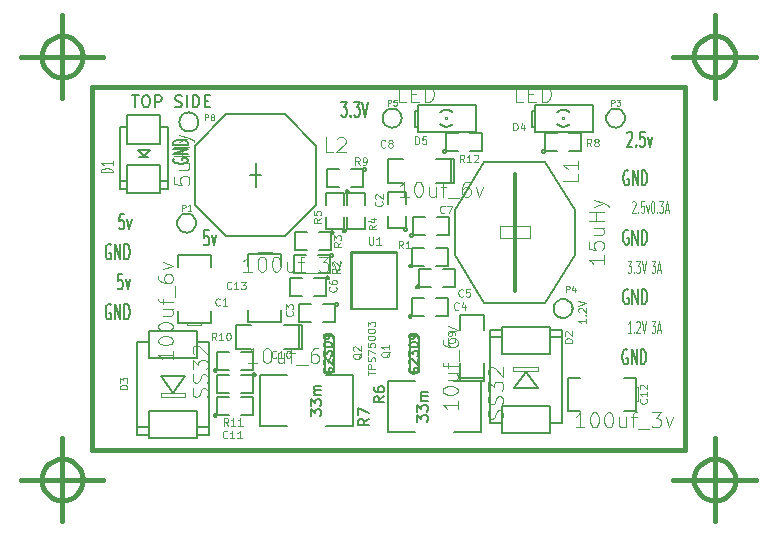
<source format=gto>
G04 (created by PCBNEW-RS274X (2010-03-14)-final) date mar 08 nov 2011 08:15:05 ART*
G01*
G70*
G90*
%MOIN*%
G04 Gerber Fmt 3.4, Leading zero omitted, Abs format*
%FSLAX34Y34*%
G04 APERTURE LIST*
%ADD10C,0.000100*%
%ADD11C,0.005000*%
%ADD12C,0.008000*%
%ADD13C,0.006600*%
%ADD14C,0.015000*%
%ADD15C,0.004200*%
%ADD16C,0.003300*%
%ADD17C,0.002600*%
%ADD18C,0.012000*%
%ADD19C,0.001500*%
%ADD20C,0.003500*%
%ADD21C,0.005800*%
G04 APERTURE END LIST*
G54D10*
G54D11*
X35826Y-13548D02*
X35802Y-13577D01*
X35802Y-13620D01*
X35826Y-13663D01*
X35874Y-13691D01*
X35921Y-13706D01*
X36017Y-13720D01*
X36088Y-13720D01*
X36183Y-13706D01*
X36231Y-13691D01*
X36279Y-13663D01*
X36302Y-13620D01*
X36302Y-13591D01*
X36279Y-13548D01*
X36255Y-13534D01*
X36088Y-13534D01*
X36088Y-13591D01*
X36302Y-13406D02*
X35802Y-13406D01*
X36302Y-13234D01*
X35802Y-13234D01*
X36302Y-13092D02*
X35802Y-13092D01*
X35802Y-13020D01*
X35826Y-12977D01*
X35874Y-12949D01*
X35921Y-12934D01*
X36017Y-12920D01*
X36088Y-12920D01*
X36183Y-12934D01*
X36231Y-12949D01*
X36279Y-12977D01*
X36302Y-13020D01*
X36302Y-13092D01*
X36987Y-15942D02*
X36844Y-15942D01*
X36830Y-16180D01*
X36844Y-16157D01*
X36873Y-16133D01*
X36944Y-16133D01*
X36973Y-16157D01*
X36987Y-16180D01*
X37002Y-16228D01*
X37002Y-16347D01*
X36987Y-16395D01*
X36973Y-16419D01*
X36944Y-16442D01*
X36873Y-16442D01*
X36844Y-16419D01*
X36830Y-16395D01*
X37102Y-16109D02*
X37173Y-16442D01*
X37245Y-16109D01*
G54D12*
X43250Y-16650D02*
X41930Y-16650D01*
X43250Y-16660D02*
X43250Y-16650D01*
X43250Y-18560D02*
X43250Y-16660D01*
X41740Y-18560D02*
X43250Y-18560D01*
X41740Y-18550D02*
X41740Y-18560D01*
X41740Y-16650D02*
X41740Y-18550D01*
X41930Y-16650D02*
X41740Y-16650D01*
G54D13*
X34428Y-11440D02*
X34653Y-11440D01*
X34540Y-11834D02*
X34540Y-11440D01*
X34859Y-11440D02*
X34934Y-11440D01*
X34971Y-11459D01*
X35009Y-11497D01*
X35028Y-11572D01*
X35028Y-11703D01*
X35009Y-11778D01*
X34971Y-11816D01*
X34934Y-11834D01*
X34859Y-11834D01*
X34821Y-11816D01*
X34784Y-11778D01*
X34765Y-11703D01*
X34765Y-11572D01*
X34784Y-11497D01*
X34821Y-11459D01*
X34859Y-11440D01*
X35197Y-11834D02*
X35197Y-11440D01*
X35347Y-11440D01*
X35384Y-11459D01*
X35403Y-11478D01*
X35422Y-11516D01*
X35422Y-11572D01*
X35403Y-11609D01*
X35384Y-11628D01*
X35347Y-11647D01*
X35197Y-11647D01*
X35872Y-11816D02*
X35928Y-11834D01*
X36022Y-11834D01*
X36060Y-11816D01*
X36078Y-11797D01*
X36097Y-11759D01*
X36097Y-11722D01*
X36078Y-11684D01*
X36060Y-11666D01*
X36022Y-11647D01*
X35947Y-11628D01*
X35910Y-11609D01*
X35891Y-11591D01*
X35872Y-11553D01*
X35872Y-11516D01*
X35891Y-11478D01*
X35910Y-11459D01*
X35947Y-11440D01*
X36041Y-11440D01*
X36097Y-11459D01*
X36266Y-11834D02*
X36266Y-11440D01*
X36454Y-11834D02*
X36454Y-11440D01*
X36548Y-11440D01*
X36604Y-11459D01*
X36641Y-11497D01*
X36660Y-11534D01*
X36679Y-11609D01*
X36679Y-11666D01*
X36660Y-11741D01*
X36641Y-11778D01*
X36604Y-11816D01*
X36548Y-11834D01*
X36454Y-11834D01*
X36848Y-11628D02*
X36979Y-11628D01*
X37035Y-11834D02*
X36848Y-11834D01*
X36848Y-11440D01*
X37035Y-11440D01*
G54D14*
X32789Y-10150D02*
X32775Y-10283D01*
X32737Y-10412D01*
X32673Y-10531D01*
X32588Y-10635D01*
X32485Y-10721D01*
X32366Y-10785D01*
X32238Y-10824D01*
X32104Y-10838D01*
X31971Y-10826D01*
X31842Y-10788D01*
X31723Y-10726D01*
X31618Y-10642D01*
X31532Y-10539D01*
X31467Y-10421D01*
X31427Y-10293D01*
X31412Y-10159D01*
X31423Y-10026D01*
X31460Y-09897D01*
X31521Y-09777D01*
X31605Y-09672D01*
X31707Y-09585D01*
X31825Y-09519D01*
X31953Y-09478D01*
X32086Y-09462D01*
X32219Y-09472D01*
X32349Y-09508D01*
X32469Y-09569D01*
X32575Y-09652D01*
X32663Y-09753D01*
X32729Y-09870D01*
X32771Y-09998D01*
X32788Y-10131D01*
X32789Y-10150D01*
X30722Y-10150D02*
X33478Y-10150D01*
X32100Y-08772D02*
X32100Y-11528D01*
X32789Y-24250D02*
X32775Y-24383D01*
X32737Y-24512D01*
X32673Y-24631D01*
X32588Y-24735D01*
X32485Y-24821D01*
X32366Y-24885D01*
X32238Y-24924D01*
X32104Y-24938D01*
X31971Y-24926D01*
X31842Y-24888D01*
X31723Y-24826D01*
X31618Y-24742D01*
X31532Y-24639D01*
X31467Y-24521D01*
X31427Y-24393D01*
X31412Y-24259D01*
X31423Y-24126D01*
X31460Y-23997D01*
X31521Y-23877D01*
X31605Y-23772D01*
X31707Y-23685D01*
X31825Y-23619D01*
X31953Y-23578D01*
X32086Y-23562D01*
X32219Y-23572D01*
X32349Y-23608D01*
X32469Y-23669D01*
X32575Y-23752D01*
X32663Y-23853D01*
X32729Y-23970D01*
X32771Y-24098D01*
X32788Y-24231D01*
X32789Y-24250D01*
X30722Y-24250D02*
X33478Y-24250D01*
X32100Y-22872D02*
X32100Y-25628D01*
X54539Y-24250D02*
X54525Y-24383D01*
X54487Y-24512D01*
X54423Y-24631D01*
X54338Y-24735D01*
X54235Y-24821D01*
X54116Y-24885D01*
X53988Y-24924D01*
X53854Y-24938D01*
X53721Y-24926D01*
X53592Y-24888D01*
X53473Y-24826D01*
X53368Y-24742D01*
X53282Y-24639D01*
X53217Y-24521D01*
X53177Y-24393D01*
X53162Y-24259D01*
X53173Y-24126D01*
X53210Y-23997D01*
X53271Y-23877D01*
X53355Y-23772D01*
X53457Y-23685D01*
X53575Y-23619D01*
X53703Y-23578D01*
X53836Y-23562D01*
X53969Y-23572D01*
X54099Y-23608D01*
X54219Y-23669D01*
X54325Y-23752D01*
X54413Y-23853D01*
X54479Y-23970D01*
X54521Y-24098D01*
X54538Y-24231D01*
X54539Y-24250D01*
X52472Y-24250D02*
X55228Y-24250D01*
X53850Y-22872D02*
X53850Y-25628D01*
X54539Y-10150D02*
X54525Y-10283D01*
X54487Y-10412D01*
X54423Y-10531D01*
X54338Y-10635D01*
X54235Y-10721D01*
X54116Y-10785D01*
X53988Y-10824D01*
X53854Y-10838D01*
X53721Y-10826D01*
X53592Y-10788D01*
X53473Y-10726D01*
X53368Y-10642D01*
X53282Y-10539D01*
X53217Y-10421D01*
X53177Y-10293D01*
X53162Y-10159D01*
X53173Y-10026D01*
X53210Y-09897D01*
X53271Y-09777D01*
X53355Y-09672D01*
X53457Y-09585D01*
X53575Y-09519D01*
X53703Y-09478D01*
X53836Y-09462D01*
X53969Y-09472D01*
X54099Y-09508D01*
X54219Y-09569D01*
X54325Y-09652D01*
X54413Y-09753D01*
X54479Y-09870D01*
X54521Y-09998D01*
X54538Y-10131D01*
X54539Y-10150D01*
X52472Y-10150D02*
X55228Y-10150D01*
X53850Y-08772D02*
X53850Y-11528D01*
X52850Y-23250D02*
X33100Y-23250D01*
X33100Y-11150D02*
X52850Y-11150D01*
G54D15*
X49561Y-18884D02*
X49561Y-19026D01*
X49561Y-18955D02*
X49311Y-18955D01*
X49347Y-18979D01*
X49371Y-19003D01*
X49383Y-19026D01*
X49537Y-18776D02*
X49549Y-18765D01*
X49561Y-18776D01*
X49549Y-18788D01*
X49537Y-18776D01*
X49561Y-18776D01*
X49335Y-18669D02*
X49323Y-18657D01*
X49311Y-18634D01*
X49311Y-18574D01*
X49323Y-18550D01*
X49335Y-18538D01*
X49359Y-18527D01*
X49383Y-18527D01*
X49418Y-18538D01*
X49561Y-18681D01*
X49561Y-18527D01*
X49311Y-18455D02*
X49561Y-18372D01*
X49311Y-18289D01*
G54D11*
X50935Y-12700D02*
X50949Y-12676D01*
X50978Y-12652D01*
X51049Y-12652D01*
X51078Y-12676D01*
X51092Y-12700D01*
X51107Y-12748D01*
X51107Y-12795D01*
X51092Y-12867D01*
X50921Y-13152D01*
X51107Y-13152D01*
X51235Y-13105D02*
X51250Y-13129D01*
X51235Y-13152D01*
X51221Y-13129D01*
X51235Y-13105D01*
X51235Y-13152D01*
X51521Y-12652D02*
X51378Y-12652D01*
X51364Y-12890D01*
X51378Y-12867D01*
X51407Y-12843D01*
X51478Y-12843D01*
X51507Y-12867D01*
X51521Y-12890D01*
X51536Y-12938D01*
X51536Y-13057D01*
X51521Y-13105D01*
X51507Y-13129D01*
X51478Y-13152D01*
X51407Y-13152D01*
X51378Y-13129D01*
X51364Y-13105D01*
X51636Y-12819D02*
X51707Y-13152D01*
X51779Y-12819D01*
X41407Y-11652D02*
X41593Y-11652D01*
X41493Y-11843D01*
X41535Y-11843D01*
X41564Y-11867D01*
X41578Y-11890D01*
X41593Y-11938D01*
X41593Y-12057D01*
X41578Y-12105D01*
X41564Y-12129D01*
X41535Y-12152D01*
X41450Y-12152D01*
X41421Y-12129D01*
X41407Y-12105D01*
X41721Y-12105D02*
X41736Y-12129D01*
X41721Y-12152D01*
X41707Y-12129D01*
X41721Y-12105D01*
X41721Y-12152D01*
X41836Y-11652D02*
X42022Y-11652D01*
X41922Y-11843D01*
X41964Y-11843D01*
X41993Y-11867D01*
X42007Y-11890D01*
X42022Y-11938D01*
X42022Y-12057D01*
X42007Y-12105D01*
X41993Y-12129D01*
X41964Y-12152D01*
X41879Y-12152D01*
X41850Y-12129D01*
X41836Y-12105D01*
X42108Y-11652D02*
X42208Y-12152D01*
X42308Y-11652D01*
X34107Y-17402D02*
X33964Y-17402D01*
X33950Y-17640D01*
X33964Y-17617D01*
X33993Y-17593D01*
X34064Y-17593D01*
X34093Y-17617D01*
X34107Y-17640D01*
X34122Y-17688D01*
X34122Y-17807D01*
X34107Y-17855D01*
X34093Y-17879D01*
X34064Y-17902D01*
X33993Y-17902D01*
X33964Y-17879D01*
X33950Y-17855D01*
X34222Y-17569D02*
X34293Y-17902D01*
X34365Y-17569D01*
X33722Y-16426D02*
X33693Y-16402D01*
X33650Y-16402D01*
X33607Y-16426D01*
X33579Y-16474D01*
X33564Y-16521D01*
X33550Y-16617D01*
X33550Y-16688D01*
X33564Y-16783D01*
X33579Y-16831D01*
X33607Y-16879D01*
X33650Y-16902D01*
X33679Y-16902D01*
X33722Y-16879D01*
X33736Y-16855D01*
X33736Y-16688D01*
X33679Y-16688D01*
X33864Y-16902D02*
X33864Y-16402D01*
X34036Y-16902D01*
X34036Y-16402D01*
X34178Y-16902D02*
X34178Y-16402D01*
X34250Y-16402D01*
X34293Y-16426D01*
X34321Y-16474D01*
X34336Y-16521D01*
X34350Y-16617D01*
X34350Y-16688D01*
X34336Y-16783D01*
X34321Y-16831D01*
X34293Y-16879D01*
X34250Y-16902D01*
X34178Y-16902D01*
X33722Y-18426D02*
X33693Y-18402D01*
X33650Y-18402D01*
X33607Y-18426D01*
X33579Y-18474D01*
X33564Y-18521D01*
X33550Y-18617D01*
X33550Y-18688D01*
X33564Y-18783D01*
X33579Y-18831D01*
X33607Y-18879D01*
X33650Y-18902D01*
X33679Y-18902D01*
X33722Y-18879D01*
X33736Y-18855D01*
X33736Y-18688D01*
X33679Y-18688D01*
X33864Y-18902D02*
X33864Y-18402D01*
X34036Y-18902D01*
X34036Y-18402D01*
X34178Y-18902D02*
X34178Y-18402D01*
X34250Y-18402D01*
X34293Y-18426D01*
X34321Y-18474D01*
X34336Y-18521D01*
X34350Y-18617D01*
X34350Y-18688D01*
X34336Y-18783D01*
X34321Y-18831D01*
X34293Y-18879D01*
X34250Y-18902D01*
X34178Y-18902D01*
X34157Y-15402D02*
X34014Y-15402D01*
X34000Y-15640D01*
X34014Y-15617D01*
X34043Y-15593D01*
X34114Y-15593D01*
X34143Y-15617D01*
X34157Y-15640D01*
X34172Y-15688D01*
X34172Y-15807D01*
X34157Y-15855D01*
X34143Y-15879D01*
X34114Y-15902D01*
X34043Y-15902D01*
X34014Y-15879D01*
X34000Y-15855D01*
X34272Y-15569D02*
X34343Y-15902D01*
X34415Y-15569D01*
X50972Y-13966D02*
X50943Y-13942D01*
X50900Y-13942D01*
X50857Y-13966D01*
X50829Y-14014D01*
X50814Y-14061D01*
X50800Y-14157D01*
X50800Y-14228D01*
X50814Y-14323D01*
X50829Y-14371D01*
X50857Y-14419D01*
X50900Y-14442D01*
X50929Y-14442D01*
X50972Y-14419D01*
X50986Y-14395D01*
X50986Y-14228D01*
X50929Y-14228D01*
X51114Y-14442D02*
X51114Y-13942D01*
X51286Y-14442D01*
X51286Y-13942D01*
X51428Y-14442D02*
X51428Y-13942D01*
X51500Y-13942D01*
X51543Y-13966D01*
X51571Y-14014D01*
X51586Y-14061D01*
X51600Y-14157D01*
X51600Y-14228D01*
X51586Y-14323D01*
X51571Y-14371D01*
X51543Y-14419D01*
X51500Y-14442D01*
X51428Y-14442D01*
G54D16*
X51073Y-19362D02*
X50959Y-19362D01*
X51016Y-19362D02*
X51016Y-18962D01*
X50997Y-19019D01*
X50978Y-19057D01*
X50959Y-19076D01*
X51159Y-19324D02*
X51168Y-19343D01*
X51159Y-19362D01*
X51149Y-19343D01*
X51159Y-19324D01*
X51159Y-19362D01*
X51244Y-19000D02*
X51254Y-18981D01*
X51273Y-18962D01*
X51320Y-18962D01*
X51339Y-18981D01*
X51349Y-19000D01*
X51358Y-19038D01*
X51358Y-19076D01*
X51349Y-19133D01*
X51235Y-19362D01*
X51358Y-19362D01*
X51415Y-18962D02*
X51482Y-19362D01*
X51548Y-18962D01*
X51748Y-18962D02*
X51871Y-18962D01*
X51805Y-19114D01*
X51833Y-19114D01*
X51852Y-19133D01*
X51862Y-19152D01*
X51871Y-19190D01*
X51871Y-19286D01*
X51862Y-19324D01*
X51852Y-19343D01*
X51833Y-19362D01*
X51776Y-19362D01*
X51757Y-19343D01*
X51748Y-19324D01*
X51947Y-19248D02*
X52042Y-19248D01*
X51928Y-19362D02*
X51995Y-18962D01*
X52061Y-19362D01*
X51102Y-15000D02*
X51112Y-14981D01*
X51131Y-14962D01*
X51178Y-14962D01*
X51197Y-14981D01*
X51207Y-15000D01*
X51216Y-15038D01*
X51216Y-15076D01*
X51207Y-15133D01*
X51093Y-15362D01*
X51216Y-15362D01*
X51302Y-15324D02*
X51311Y-15343D01*
X51302Y-15362D01*
X51292Y-15343D01*
X51302Y-15324D01*
X51302Y-15362D01*
X51492Y-14962D02*
X51397Y-14962D01*
X51387Y-15152D01*
X51397Y-15133D01*
X51416Y-15114D01*
X51463Y-15114D01*
X51482Y-15133D01*
X51492Y-15152D01*
X51501Y-15190D01*
X51501Y-15286D01*
X51492Y-15324D01*
X51482Y-15343D01*
X51463Y-15362D01*
X51416Y-15362D01*
X51397Y-15343D01*
X51387Y-15324D01*
X51568Y-15095D02*
X51615Y-15362D01*
X51663Y-15095D01*
X51777Y-14962D02*
X51796Y-14962D01*
X51815Y-14981D01*
X51824Y-15000D01*
X51834Y-15038D01*
X51843Y-15114D01*
X51843Y-15210D01*
X51834Y-15286D01*
X51824Y-15324D01*
X51815Y-15343D01*
X51796Y-15362D01*
X51777Y-15362D01*
X51758Y-15343D01*
X51748Y-15324D01*
X51739Y-15286D01*
X51729Y-15210D01*
X51729Y-15114D01*
X51739Y-15038D01*
X51748Y-15000D01*
X51758Y-14981D01*
X51777Y-14962D01*
X51929Y-15324D02*
X51938Y-15343D01*
X51929Y-15362D01*
X51919Y-15343D01*
X51929Y-15324D01*
X51929Y-15362D01*
X52005Y-14962D02*
X52128Y-14962D01*
X52062Y-15114D01*
X52090Y-15114D01*
X52109Y-15133D01*
X52119Y-15152D01*
X52128Y-15190D01*
X52128Y-15286D01*
X52119Y-15324D01*
X52109Y-15343D01*
X52090Y-15362D01*
X52033Y-15362D01*
X52014Y-15343D01*
X52005Y-15324D01*
X52204Y-15248D02*
X52299Y-15248D01*
X52185Y-15362D02*
X52252Y-14962D01*
X52318Y-15362D01*
G54D11*
X50942Y-19931D02*
X50913Y-19907D01*
X50870Y-19907D01*
X50827Y-19931D01*
X50799Y-19979D01*
X50784Y-20026D01*
X50770Y-20122D01*
X50770Y-20193D01*
X50784Y-20288D01*
X50799Y-20336D01*
X50827Y-20384D01*
X50870Y-20407D01*
X50899Y-20407D01*
X50942Y-20384D01*
X50956Y-20360D01*
X50956Y-20193D01*
X50899Y-20193D01*
X51084Y-20407D02*
X51084Y-19907D01*
X51256Y-20407D01*
X51256Y-19907D01*
X51398Y-20407D02*
X51398Y-19907D01*
X51470Y-19907D01*
X51513Y-19931D01*
X51541Y-19979D01*
X51556Y-20026D01*
X51570Y-20122D01*
X51570Y-20193D01*
X51556Y-20288D01*
X51541Y-20336D01*
X51513Y-20384D01*
X51470Y-20407D01*
X51398Y-20407D01*
X50967Y-15936D02*
X50938Y-15912D01*
X50895Y-15912D01*
X50852Y-15936D01*
X50824Y-15984D01*
X50809Y-16031D01*
X50795Y-16127D01*
X50795Y-16198D01*
X50809Y-16293D01*
X50824Y-16341D01*
X50852Y-16389D01*
X50895Y-16412D01*
X50924Y-16412D01*
X50967Y-16389D01*
X50981Y-16365D01*
X50981Y-16198D01*
X50924Y-16198D01*
X51109Y-16412D02*
X51109Y-15912D01*
X51281Y-16412D01*
X51281Y-15912D01*
X51423Y-16412D02*
X51423Y-15912D01*
X51495Y-15912D01*
X51538Y-15936D01*
X51566Y-15984D01*
X51581Y-16031D01*
X51595Y-16127D01*
X51595Y-16198D01*
X51581Y-16293D01*
X51566Y-16341D01*
X51538Y-16389D01*
X51495Y-16412D01*
X51423Y-16412D01*
G54D16*
X50950Y-16962D02*
X51073Y-16962D01*
X51007Y-17114D01*
X51035Y-17114D01*
X51054Y-17133D01*
X51064Y-17152D01*
X51073Y-17190D01*
X51073Y-17286D01*
X51064Y-17324D01*
X51054Y-17343D01*
X51035Y-17362D01*
X50978Y-17362D01*
X50959Y-17343D01*
X50950Y-17324D01*
X51159Y-17324D02*
X51168Y-17343D01*
X51159Y-17362D01*
X51149Y-17343D01*
X51159Y-17324D01*
X51159Y-17362D01*
X51235Y-16962D02*
X51358Y-16962D01*
X51292Y-17114D01*
X51320Y-17114D01*
X51339Y-17133D01*
X51349Y-17152D01*
X51358Y-17190D01*
X51358Y-17286D01*
X51349Y-17324D01*
X51339Y-17343D01*
X51320Y-17362D01*
X51263Y-17362D01*
X51244Y-17343D01*
X51235Y-17324D01*
X51415Y-16962D02*
X51482Y-17362D01*
X51548Y-16962D01*
X51748Y-16962D02*
X51871Y-16962D01*
X51805Y-17114D01*
X51833Y-17114D01*
X51852Y-17133D01*
X51862Y-17152D01*
X51871Y-17190D01*
X51871Y-17286D01*
X51862Y-17324D01*
X51852Y-17343D01*
X51833Y-17362D01*
X51776Y-17362D01*
X51757Y-17343D01*
X51748Y-17324D01*
X51947Y-17248D02*
X52042Y-17248D01*
X51928Y-17362D02*
X51995Y-16962D01*
X52061Y-17362D01*
G54D11*
X50967Y-17926D02*
X50938Y-17902D01*
X50895Y-17902D01*
X50852Y-17926D01*
X50824Y-17974D01*
X50809Y-18021D01*
X50795Y-18117D01*
X50795Y-18188D01*
X50809Y-18283D01*
X50824Y-18331D01*
X50852Y-18379D01*
X50895Y-18402D01*
X50924Y-18402D01*
X50967Y-18379D01*
X50981Y-18355D01*
X50981Y-18188D01*
X50924Y-18188D01*
X51109Y-18402D02*
X51109Y-17902D01*
X51281Y-18402D01*
X51281Y-17902D01*
X51423Y-18402D02*
X51423Y-17902D01*
X51495Y-17902D01*
X51538Y-17926D01*
X51566Y-17974D01*
X51581Y-18021D01*
X51595Y-18117D01*
X51595Y-18188D01*
X51581Y-18283D01*
X51566Y-18331D01*
X51538Y-18379D01*
X51495Y-18402D01*
X51423Y-18402D01*
G54D14*
X33100Y-23250D02*
X33100Y-11150D01*
X52850Y-11150D02*
X52850Y-23250D01*
G54D11*
X34030Y-14300D02*
X34030Y-14550D01*
X34030Y-14550D02*
X34280Y-14550D01*
X35630Y-14300D02*
X35630Y-14550D01*
X35630Y-14550D02*
X35380Y-14550D01*
X34980Y-13500D02*
X34680Y-13500D01*
X35030Y-13250D02*
X34630Y-13250D01*
X34630Y-13250D02*
X34830Y-13450D01*
X34830Y-13450D02*
X35030Y-13250D01*
X35380Y-14300D02*
X35380Y-13750D01*
X35380Y-13750D02*
X34280Y-13750D01*
X34280Y-13750D02*
X34280Y-14300D01*
X35380Y-12500D02*
X35380Y-13050D01*
X35380Y-13050D02*
X34280Y-13050D01*
X34280Y-13050D02*
X34280Y-12500D01*
X34030Y-12500D02*
X34030Y-14300D01*
X34030Y-14300D02*
X34280Y-14300D01*
X34280Y-14300D02*
X34280Y-14700D01*
X34280Y-14700D02*
X35380Y-14700D01*
X35380Y-12100D02*
X35380Y-12500D01*
X35380Y-12500D02*
X35630Y-12500D01*
X35630Y-12500D02*
X35630Y-14300D01*
X34030Y-12500D02*
X34280Y-12500D01*
X34280Y-12500D02*
X34280Y-12100D01*
X35630Y-14300D02*
X35380Y-14300D01*
X35380Y-14300D02*
X35380Y-14700D01*
X34280Y-12100D02*
X35380Y-12100D01*
X48750Y-19250D02*
X48350Y-19250D01*
X46350Y-19500D02*
X46350Y-19250D01*
X46350Y-19250D02*
X46750Y-19250D01*
X48750Y-19500D02*
X48750Y-19250D01*
X47550Y-20650D02*
X47950Y-21200D01*
X47950Y-21200D02*
X47150Y-21200D01*
X47150Y-21200D02*
X47550Y-20650D01*
X48350Y-22350D02*
X48350Y-21800D01*
X48350Y-21800D02*
X46750Y-21800D01*
X46750Y-21800D02*
X46750Y-22350D01*
X46750Y-19500D02*
X46750Y-20050D01*
X46750Y-20050D02*
X46800Y-20050D01*
X48350Y-19500D02*
X48350Y-20050D01*
X48350Y-20050D02*
X46800Y-20050D01*
X48350Y-19150D02*
X46750Y-19150D01*
X46750Y-19150D02*
X46750Y-19500D01*
X46350Y-19500D02*
X46350Y-22350D01*
X46350Y-22350D02*
X46750Y-22350D01*
X46350Y-19500D02*
X46750Y-19500D01*
X48350Y-19500D02*
X48750Y-19500D01*
X48750Y-19500D02*
X48750Y-22350D01*
X48750Y-22350D02*
X48350Y-22350D01*
X48350Y-22700D02*
X48350Y-22350D01*
X46750Y-22700D02*
X48350Y-22700D01*
X46750Y-22350D02*
X46750Y-22700D01*
X48350Y-19500D02*
X48350Y-19150D01*
G54D17*
X47137Y-20507D02*
X47137Y-20625D01*
X47137Y-20625D02*
X47963Y-20625D01*
X47963Y-20507D02*
X47963Y-20625D01*
X47137Y-20507D02*
X47963Y-20507D01*
G54D11*
X34600Y-22750D02*
X35000Y-22750D01*
X37000Y-22500D02*
X37000Y-22750D01*
X37000Y-22750D02*
X36600Y-22750D01*
X34600Y-22500D02*
X34600Y-22750D01*
X35800Y-21350D02*
X35400Y-20800D01*
X35400Y-20800D02*
X36200Y-20800D01*
X36200Y-20800D02*
X35800Y-21350D01*
X35000Y-19650D02*
X35000Y-20200D01*
X35000Y-20200D02*
X36600Y-20200D01*
X36600Y-20200D02*
X36600Y-19650D01*
X36600Y-22500D02*
X36600Y-21950D01*
X36600Y-21950D02*
X36550Y-21950D01*
X35000Y-22500D02*
X35000Y-21950D01*
X35000Y-21950D02*
X36550Y-21950D01*
X35000Y-22850D02*
X36600Y-22850D01*
X36600Y-22850D02*
X36600Y-22500D01*
X37000Y-22500D02*
X37000Y-19650D01*
X37000Y-19650D02*
X36600Y-19650D01*
X37000Y-22500D02*
X36600Y-22500D01*
X35000Y-22500D02*
X34600Y-22500D01*
X34600Y-22500D02*
X34600Y-19650D01*
X34600Y-19650D02*
X35000Y-19650D01*
X35000Y-19300D02*
X35000Y-19650D01*
X36600Y-19300D02*
X35000Y-19300D01*
X36600Y-19650D02*
X36600Y-19300D01*
X35000Y-22500D02*
X35000Y-22850D01*
G54D17*
X36213Y-21493D02*
X36213Y-21375D01*
X36213Y-21375D02*
X35387Y-21375D01*
X35387Y-21493D02*
X35387Y-21375D01*
X36213Y-21493D02*
X35387Y-21493D01*
G54D11*
X47850Y-12500D02*
X47750Y-12500D01*
X47750Y-12500D02*
X47750Y-11950D01*
X47750Y-11950D02*
X47850Y-11950D01*
X48999Y-12001D02*
X48981Y-11984D01*
X48961Y-11969D01*
X48941Y-11956D01*
X48919Y-11945D01*
X48896Y-11936D01*
X48872Y-11928D01*
X48848Y-11923D01*
X48824Y-11920D01*
X48800Y-11918D01*
X48776Y-11920D01*
X48752Y-11923D01*
X48728Y-11928D01*
X48704Y-11936D01*
X48681Y-11945D01*
X48660Y-11956D01*
X48639Y-11969D01*
X48619Y-11984D01*
X48601Y-12001D01*
X48601Y-12399D02*
X48619Y-12416D01*
X48639Y-12431D01*
X48660Y-12444D01*
X48681Y-12455D01*
X48704Y-12464D01*
X48728Y-12472D01*
X48752Y-12477D01*
X48776Y-12480D01*
X48800Y-12482D01*
X48824Y-12480D01*
X48848Y-12477D01*
X48872Y-12472D01*
X48896Y-12464D01*
X48919Y-12455D01*
X48941Y-12444D01*
X48961Y-12431D01*
X48981Y-12416D01*
X48999Y-12399D01*
X49800Y-12650D02*
X47850Y-12650D01*
X47850Y-12650D02*
X47850Y-11750D01*
X47850Y-11750D02*
X49750Y-11750D01*
X49750Y-11750D02*
X49800Y-11750D01*
X49800Y-11750D02*
X49800Y-12650D01*
G54D17*
X48839Y-12161D02*
X48761Y-12161D01*
X48761Y-12161D02*
X48761Y-12239D01*
X48839Y-12239D02*
X48761Y-12239D01*
X48839Y-12161D02*
X48839Y-12239D01*
G54D11*
X43950Y-12500D02*
X43850Y-12500D01*
X43850Y-12500D02*
X43850Y-11950D01*
X43850Y-11950D02*
X43950Y-11950D01*
X45099Y-12001D02*
X45081Y-11984D01*
X45061Y-11969D01*
X45041Y-11956D01*
X45019Y-11945D01*
X44996Y-11936D01*
X44972Y-11928D01*
X44948Y-11923D01*
X44924Y-11920D01*
X44900Y-11918D01*
X44876Y-11920D01*
X44852Y-11923D01*
X44828Y-11928D01*
X44804Y-11936D01*
X44781Y-11945D01*
X44760Y-11956D01*
X44739Y-11969D01*
X44719Y-11984D01*
X44701Y-12001D01*
X44701Y-12399D02*
X44719Y-12416D01*
X44739Y-12431D01*
X44760Y-12444D01*
X44781Y-12455D01*
X44804Y-12464D01*
X44828Y-12472D01*
X44852Y-12477D01*
X44876Y-12480D01*
X44900Y-12482D01*
X44924Y-12480D01*
X44948Y-12477D01*
X44972Y-12472D01*
X44996Y-12464D01*
X45019Y-12455D01*
X45041Y-12444D01*
X45061Y-12431D01*
X45081Y-12416D01*
X45099Y-12399D01*
X45900Y-12650D02*
X43950Y-12650D01*
X43950Y-12650D02*
X43950Y-11750D01*
X43950Y-11750D02*
X45850Y-11750D01*
X45850Y-11750D02*
X45900Y-11750D01*
X45900Y-11750D02*
X45900Y-12650D01*
G54D17*
X44939Y-12161D02*
X44861Y-12161D01*
X44861Y-12161D02*
X44861Y-12239D01*
X44939Y-12239D02*
X44861Y-12239D01*
X44939Y-12161D02*
X44939Y-12239D01*
G54D11*
X42950Y-13550D02*
X43450Y-13550D01*
X45050Y-13550D02*
X45150Y-13550D01*
X45150Y-13550D02*
X45150Y-14350D01*
X45150Y-14350D02*
X45050Y-14350D01*
X44550Y-13550D02*
X45050Y-13550D01*
X45050Y-13550D02*
X45050Y-14350D01*
X45050Y-14350D02*
X44550Y-14350D01*
X42950Y-14350D02*
X43450Y-14350D01*
X42950Y-14350D02*
X42950Y-13550D01*
X46150Y-18750D02*
X46150Y-19250D01*
X46150Y-20850D02*
X46150Y-20950D01*
X46150Y-20950D02*
X45350Y-20950D01*
X45350Y-20950D02*
X45350Y-20850D01*
X46150Y-20350D02*
X46150Y-20850D01*
X46150Y-20850D02*
X45350Y-20850D01*
X45350Y-20850D02*
X45350Y-20350D01*
X45350Y-18750D02*
X45350Y-19250D01*
X45350Y-18750D02*
X46150Y-18750D01*
X37900Y-19100D02*
X38400Y-19100D01*
X40000Y-19100D02*
X40100Y-19100D01*
X40100Y-19100D02*
X40100Y-19900D01*
X40100Y-19900D02*
X40000Y-19900D01*
X39500Y-19100D02*
X40000Y-19100D01*
X40000Y-19100D02*
X40000Y-19900D01*
X40000Y-19900D02*
X39500Y-19900D01*
X37900Y-19900D02*
X38400Y-19900D01*
X37900Y-19900D02*
X37900Y-19100D01*
X37050Y-16749D02*
X37050Y-17149D01*
X35950Y-16749D02*
X37050Y-16749D01*
X35950Y-17149D02*
X35950Y-16749D01*
X37050Y-18625D02*
X37050Y-19025D01*
X37050Y-19025D02*
X35950Y-19025D01*
X35950Y-19025D02*
X35950Y-18625D01*
G54D17*
X36264Y-19039D02*
X36264Y-19088D01*
X36264Y-19088D02*
X36736Y-19088D01*
X36736Y-19039D02*
X36736Y-19088D01*
G54D11*
X48949Y-20850D02*
X49349Y-20850D01*
X48949Y-21950D02*
X48949Y-20850D01*
X49349Y-21950D02*
X48949Y-21950D01*
X50825Y-20850D02*
X51225Y-20850D01*
X51225Y-20850D02*
X51225Y-21950D01*
X51225Y-21950D02*
X50825Y-21950D01*
G54D17*
X51239Y-21636D02*
X51288Y-21636D01*
X51288Y-21636D02*
X51288Y-21164D01*
X51239Y-21164D02*
X51288Y-21164D01*
G54D11*
X38300Y-19001D02*
X38300Y-18601D01*
X39400Y-19001D02*
X38300Y-19001D01*
X39400Y-18601D02*
X39400Y-19001D01*
X38300Y-17125D02*
X38300Y-16725D01*
X38300Y-16725D02*
X39400Y-16725D01*
X39400Y-16725D02*
X39400Y-17125D01*
G54D17*
X39086Y-16711D02*
X39086Y-16662D01*
X39086Y-16662D02*
X38614Y-16662D01*
X38614Y-16711D02*
X38614Y-16662D01*
G54D11*
X38550Y-14493D02*
X38550Y-13707D01*
X38746Y-14100D02*
X38354Y-14100D01*
X39534Y-16127D02*
X37566Y-16127D01*
X37566Y-16127D02*
X36523Y-15084D01*
X39534Y-16127D02*
X40577Y-15084D01*
X40577Y-15084D02*
X40577Y-13116D01*
X40577Y-13116D02*
X39534Y-12073D01*
X39534Y-12073D02*
X37566Y-12073D01*
X37566Y-12073D02*
X36523Y-13116D01*
X36523Y-13116D02*
X36523Y-15084D01*
X46150Y-13650D02*
X45200Y-15250D01*
X45200Y-15250D02*
X45200Y-16750D01*
X45200Y-16750D02*
X46150Y-18350D01*
X48200Y-13650D02*
X49200Y-15250D01*
X49200Y-15250D02*
X49200Y-16750D01*
X49200Y-16750D02*
X48200Y-18350D01*
X48200Y-18350D02*
X46150Y-18350D01*
X46150Y-13650D02*
X48200Y-13650D01*
G54D17*
X46689Y-15804D02*
X46689Y-16196D01*
X46689Y-16196D02*
X47711Y-16196D01*
X47711Y-15804D02*
X47711Y-16196D01*
X46689Y-15804D02*
X47711Y-15804D01*
G54D18*
X47200Y-17948D02*
X47200Y-14052D01*
G54D19*
X43215Y-16690D02*
X43215Y-18521D01*
X43215Y-18521D02*
X41778Y-18521D01*
X41778Y-18521D02*
X41778Y-16690D01*
X41778Y-16690D02*
X43215Y-16690D01*
G54D11*
X49116Y-18550D02*
X49109Y-18611D01*
X49092Y-18670D01*
X49063Y-18724D01*
X49024Y-18772D01*
X48976Y-18811D01*
X48922Y-18841D01*
X48863Y-18859D01*
X48802Y-18865D01*
X48741Y-18860D01*
X48682Y-18842D01*
X48627Y-18814D01*
X48579Y-18775D01*
X48540Y-18728D01*
X48510Y-18674D01*
X48491Y-18615D01*
X48485Y-18554D01*
X48490Y-18493D01*
X48507Y-18434D01*
X48535Y-18379D01*
X48573Y-18331D01*
X48620Y-18291D01*
X48674Y-18261D01*
X48733Y-18242D01*
X48794Y-18235D01*
X48854Y-18239D01*
X48914Y-18256D01*
X48969Y-18284D01*
X49017Y-18322D01*
X49058Y-18368D01*
X49088Y-18422D01*
X49108Y-18480D01*
X49115Y-18542D01*
X49116Y-18550D01*
X50866Y-12200D02*
X50859Y-12261D01*
X50842Y-12320D01*
X50813Y-12374D01*
X50774Y-12422D01*
X50726Y-12461D01*
X50672Y-12491D01*
X50613Y-12509D01*
X50552Y-12515D01*
X50491Y-12510D01*
X50432Y-12492D01*
X50377Y-12464D01*
X50329Y-12425D01*
X50290Y-12378D01*
X50260Y-12324D01*
X50241Y-12265D01*
X50235Y-12204D01*
X50240Y-12143D01*
X50257Y-12084D01*
X50285Y-12029D01*
X50323Y-11981D01*
X50370Y-11941D01*
X50424Y-11911D01*
X50483Y-11892D01*
X50544Y-11885D01*
X50604Y-11889D01*
X50664Y-11906D01*
X50719Y-11934D01*
X50767Y-11972D01*
X50808Y-12018D01*
X50838Y-12072D01*
X50858Y-12130D01*
X50865Y-12192D01*
X50866Y-12200D01*
X36566Y-15700D02*
X36559Y-15761D01*
X36542Y-15820D01*
X36513Y-15874D01*
X36474Y-15922D01*
X36426Y-15961D01*
X36372Y-15991D01*
X36313Y-16009D01*
X36252Y-16015D01*
X36191Y-16010D01*
X36132Y-15992D01*
X36077Y-15964D01*
X36029Y-15925D01*
X35990Y-15878D01*
X35960Y-15824D01*
X35941Y-15765D01*
X35935Y-15704D01*
X35940Y-15643D01*
X35957Y-15584D01*
X35985Y-15529D01*
X36023Y-15481D01*
X36070Y-15441D01*
X36124Y-15411D01*
X36183Y-15392D01*
X36244Y-15385D01*
X36304Y-15389D01*
X36364Y-15406D01*
X36419Y-15434D01*
X36467Y-15472D01*
X36508Y-15518D01*
X36538Y-15572D01*
X36558Y-15630D01*
X36565Y-15692D01*
X36566Y-15700D01*
X44900Y-13300D02*
X44899Y-13309D01*
X44896Y-13319D01*
X44891Y-13327D01*
X44885Y-13335D01*
X44877Y-13341D01*
X44869Y-13346D01*
X44860Y-13348D01*
X44850Y-13349D01*
X44841Y-13349D01*
X44832Y-13346D01*
X44823Y-13341D01*
X44816Y-13335D01*
X44809Y-13328D01*
X44805Y-13319D01*
X44802Y-13310D01*
X44801Y-13300D01*
X44801Y-13291D01*
X44804Y-13282D01*
X44808Y-13273D01*
X44815Y-13266D01*
X44822Y-13259D01*
X44830Y-13255D01*
X44840Y-13252D01*
X44849Y-13251D01*
X44858Y-13251D01*
X44868Y-13254D01*
X44876Y-13258D01*
X44884Y-13264D01*
X44890Y-13272D01*
X44895Y-13280D01*
X44898Y-13289D01*
X44899Y-13299D01*
X44900Y-13300D01*
X45300Y-13300D02*
X44900Y-13300D01*
X44900Y-13300D02*
X44900Y-12700D01*
X44900Y-12700D02*
X45300Y-12700D01*
X45700Y-12700D02*
X46100Y-12700D01*
X46100Y-12700D02*
X46100Y-13300D01*
X46100Y-13300D02*
X45700Y-13300D01*
X38550Y-20750D02*
X38549Y-20759D01*
X38546Y-20769D01*
X38541Y-20777D01*
X38535Y-20785D01*
X38527Y-20791D01*
X38519Y-20796D01*
X38510Y-20798D01*
X38500Y-20799D01*
X38491Y-20799D01*
X38482Y-20796D01*
X38473Y-20791D01*
X38466Y-20785D01*
X38459Y-20778D01*
X38455Y-20769D01*
X38452Y-20760D01*
X38451Y-20750D01*
X38451Y-20741D01*
X38454Y-20732D01*
X38458Y-20723D01*
X38465Y-20716D01*
X38472Y-20709D01*
X38480Y-20705D01*
X38490Y-20702D01*
X38499Y-20701D01*
X38508Y-20701D01*
X38518Y-20704D01*
X38526Y-20708D01*
X38534Y-20714D01*
X38540Y-20722D01*
X38545Y-20730D01*
X38548Y-20739D01*
X38549Y-20749D01*
X38550Y-20750D01*
X38050Y-20750D02*
X38450Y-20750D01*
X38450Y-20750D02*
X38450Y-21350D01*
X38450Y-21350D02*
X38050Y-21350D01*
X37650Y-21350D02*
X37250Y-21350D01*
X37250Y-21350D02*
X37250Y-20750D01*
X37250Y-20750D02*
X37650Y-20750D01*
X37250Y-20600D02*
X37249Y-20609D01*
X37246Y-20619D01*
X37241Y-20627D01*
X37235Y-20635D01*
X37227Y-20641D01*
X37219Y-20646D01*
X37210Y-20648D01*
X37200Y-20649D01*
X37191Y-20649D01*
X37182Y-20646D01*
X37173Y-20641D01*
X37166Y-20635D01*
X37159Y-20628D01*
X37155Y-20619D01*
X37152Y-20610D01*
X37151Y-20600D01*
X37151Y-20591D01*
X37154Y-20582D01*
X37158Y-20573D01*
X37165Y-20566D01*
X37172Y-20559D01*
X37180Y-20555D01*
X37190Y-20552D01*
X37199Y-20551D01*
X37208Y-20551D01*
X37218Y-20554D01*
X37226Y-20558D01*
X37234Y-20564D01*
X37240Y-20572D01*
X37245Y-20580D01*
X37248Y-20589D01*
X37249Y-20599D01*
X37250Y-20600D01*
X37650Y-20600D02*
X37250Y-20600D01*
X37250Y-20600D02*
X37250Y-20000D01*
X37250Y-20000D02*
X37650Y-20000D01*
X38050Y-20000D02*
X38450Y-20000D01*
X38450Y-20000D02*
X38450Y-20600D01*
X38450Y-20600D02*
X38050Y-20600D01*
X42225Y-13900D02*
X42224Y-13909D01*
X42221Y-13919D01*
X42216Y-13927D01*
X42210Y-13935D01*
X42202Y-13941D01*
X42194Y-13946D01*
X42185Y-13948D01*
X42175Y-13949D01*
X42166Y-13949D01*
X42157Y-13946D01*
X42148Y-13941D01*
X42141Y-13935D01*
X42134Y-13928D01*
X42130Y-13919D01*
X42127Y-13910D01*
X42126Y-13900D01*
X42126Y-13891D01*
X42129Y-13882D01*
X42133Y-13873D01*
X42140Y-13866D01*
X42147Y-13859D01*
X42155Y-13855D01*
X42165Y-13852D01*
X42174Y-13851D01*
X42183Y-13851D01*
X42193Y-13854D01*
X42201Y-13858D01*
X42209Y-13864D01*
X42215Y-13872D01*
X42220Y-13880D01*
X42223Y-13889D01*
X42224Y-13899D01*
X42225Y-13900D01*
X41725Y-13900D02*
X42125Y-13900D01*
X42125Y-13900D02*
X42125Y-14500D01*
X42125Y-14500D02*
X41725Y-14500D01*
X41325Y-14500D02*
X40925Y-14500D01*
X40925Y-14500D02*
X40925Y-13900D01*
X40925Y-13900D02*
X41325Y-13900D01*
X48200Y-13300D02*
X48199Y-13309D01*
X48196Y-13319D01*
X48191Y-13327D01*
X48185Y-13335D01*
X48177Y-13341D01*
X48169Y-13346D01*
X48160Y-13348D01*
X48150Y-13349D01*
X48141Y-13349D01*
X48132Y-13346D01*
X48123Y-13341D01*
X48116Y-13335D01*
X48109Y-13328D01*
X48105Y-13319D01*
X48102Y-13310D01*
X48101Y-13300D01*
X48101Y-13291D01*
X48104Y-13282D01*
X48108Y-13273D01*
X48115Y-13266D01*
X48122Y-13259D01*
X48130Y-13255D01*
X48140Y-13252D01*
X48149Y-13251D01*
X48158Y-13251D01*
X48168Y-13254D01*
X48176Y-13258D01*
X48184Y-13264D01*
X48190Y-13272D01*
X48195Y-13280D01*
X48198Y-13289D01*
X48199Y-13299D01*
X48200Y-13300D01*
X48600Y-13300D02*
X48200Y-13300D01*
X48200Y-13300D02*
X48200Y-12700D01*
X48200Y-12700D02*
X48600Y-12700D01*
X49000Y-12700D02*
X49400Y-12700D01*
X49400Y-12700D02*
X49400Y-13300D01*
X49400Y-13300D02*
X49000Y-13300D01*
X41550Y-15950D02*
X41549Y-15959D01*
X41546Y-15969D01*
X41541Y-15977D01*
X41535Y-15985D01*
X41527Y-15991D01*
X41519Y-15996D01*
X41510Y-15998D01*
X41500Y-15999D01*
X41491Y-15999D01*
X41482Y-15996D01*
X41473Y-15991D01*
X41466Y-15985D01*
X41459Y-15978D01*
X41455Y-15969D01*
X41452Y-15960D01*
X41451Y-15950D01*
X41451Y-15941D01*
X41454Y-15932D01*
X41458Y-15923D01*
X41465Y-15916D01*
X41472Y-15909D01*
X41480Y-15905D01*
X41490Y-15902D01*
X41499Y-15901D01*
X41508Y-15901D01*
X41518Y-15904D01*
X41526Y-15908D01*
X41534Y-15914D01*
X41540Y-15922D01*
X41545Y-15930D01*
X41548Y-15939D01*
X41549Y-15949D01*
X41550Y-15950D01*
X41500Y-15500D02*
X41500Y-15900D01*
X41500Y-15900D02*
X40900Y-15900D01*
X40900Y-15900D02*
X40900Y-15500D01*
X40900Y-15100D02*
X40900Y-14700D01*
X40900Y-14700D02*
X41500Y-14700D01*
X41500Y-14700D02*
X41500Y-15100D01*
X41650Y-14650D02*
X41649Y-14659D01*
X41646Y-14669D01*
X41641Y-14677D01*
X41635Y-14685D01*
X41627Y-14691D01*
X41619Y-14696D01*
X41610Y-14698D01*
X41600Y-14699D01*
X41591Y-14699D01*
X41582Y-14696D01*
X41573Y-14691D01*
X41566Y-14685D01*
X41559Y-14678D01*
X41555Y-14669D01*
X41552Y-14660D01*
X41551Y-14650D01*
X41551Y-14641D01*
X41554Y-14632D01*
X41558Y-14623D01*
X41565Y-14616D01*
X41572Y-14609D01*
X41580Y-14605D01*
X41590Y-14602D01*
X41599Y-14601D01*
X41608Y-14601D01*
X41618Y-14604D01*
X41626Y-14608D01*
X41634Y-14614D01*
X41640Y-14622D01*
X41645Y-14630D01*
X41648Y-14639D01*
X41649Y-14649D01*
X41650Y-14650D01*
X41600Y-15100D02*
X41600Y-14700D01*
X41600Y-14700D02*
X42200Y-14700D01*
X42200Y-14700D02*
X42200Y-15100D01*
X42200Y-15500D02*
X42200Y-15900D01*
X42200Y-15900D02*
X41600Y-15900D01*
X41600Y-15900D02*
X41600Y-15500D01*
X41150Y-16000D02*
X41149Y-16009D01*
X41146Y-16019D01*
X41141Y-16027D01*
X41135Y-16035D01*
X41127Y-16041D01*
X41119Y-16046D01*
X41110Y-16048D01*
X41100Y-16049D01*
X41091Y-16049D01*
X41082Y-16046D01*
X41073Y-16041D01*
X41066Y-16035D01*
X41059Y-16028D01*
X41055Y-16019D01*
X41052Y-16010D01*
X41051Y-16000D01*
X41051Y-15991D01*
X41054Y-15982D01*
X41058Y-15973D01*
X41065Y-15966D01*
X41072Y-15959D01*
X41080Y-15955D01*
X41090Y-15952D01*
X41099Y-15951D01*
X41108Y-15951D01*
X41118Y-15954D01*
X41126Y-15958D01*
X41134Y-15964D01*
X41140Y-15972D01*
X41145Y-15980D01*
X41148Y-15989D01*
X41149Y-15999D01*
X41150Y-16000D01*
X40650Y-16000D02*
X41050Y-16000D01*
X41050Y-16000D02*
X41050Y-16600D01*
X41050Y-16600D02*
X40650Y-16600D01*
X40250Y-16600D02*
X39850Y-16600D01*
X39850Y-16600D02*
X39850Y-16000D01*
X39850Y-16000D02*
X40250Y-16000D01*
X41125Y-16775D02*
X41124Y-16784D01*
X41121Y-16794D01*
X41116Y-16802D01*
X41110Y-16810D01*
X41102Y-16816D01*
X41094Y-16821D01*
X41085Y-16823D01*
X41075Y-16824D01*
X41066Y-16824D01*
X41057Y-16821D01*
X41048Y-16816D01*
X41041Y-16810D01*
X41034Y-16803D01*
X41030Y-16794D01*
X41027Y-16785D01*
X41026Y-16775D01*
X41026Y-16766D01*
X41029Y-16757D01*
X41033Y-16748D01*
X41040Y-16741D01*
X41047Y-16734D01*
X41055Y-16730D01*
X41065Y-16727D01*
X41074Y-16726D01*
X41083Y-16726D01*
X41093Y-16729D01*
X41101Y-16733D01*
X41109Y-16739D01*
X41115Y-16747D01*
X41120Y-16755D01*
X41123Y-16764D01*
X41124Y-16774D01*
X41125Y-16775D01*
X40625Y-16775D02*
X41025Y-16775D01*
X41025Y-16775D02*
X41025Y-17375D01*
X41025Y-17375D02*
X40625Y-17375D01*
X40225Y-17375D02*
X39825Y-17375D01*
X39825Y-17375D02*
X39825Y-16775D01*
X39825Y-16775D02*
X40225Y-16775D01*
X43775Y-17125D02*
X43774Y-17134D01*
X43771Y-17144D01*
X43766Y-17152D01*
X43760Y-17160D01*
X43752Y-17166D01*
X43744Y-17171D01*
X43735Y-17173D01*
X43725Y-17174D01*
X43716Y-17174D01*
X43707Y-17171D01*
X43698Y-17166D01*
X43691Y-17160D01*
X43684Y-17153D01*
X43680Y-17144D01*
X43677Y-17135D01*
X43676Y-17125D01*
X43676Y-17116D01*
X43679Y-17107D01*
X43683Y-17098D01*
X43690Y-17091D01*
X43697Y-17084D01*
X43705Y-17080D01*
X43715Y-17077D01*
X43724Y-17076D01*
X43733Y-17076D01*
X43743Y-17079D01*
X43751Y-17083D01*
X43759Y-17089D01*
X43765Y-17097D01*
X43770Y-17105D01*
X43773Y-17114D01*
X43774Y-17124D01*
X43775Y-17125D01*
X44175Y-17125D02*
X43775Y-17125D01*
X43775Y-17125D02*
X43775Y-16525D01*
X43775Y-16525D02*
X44175Y-16525D01*
X44575Y-16525D02*
X44975Y-16525D01*
X44975Y-16525D02*
X44975Y-17125D01*
X44975Y-17125D02*
X44575Y-17125D01*
X37250Y-22100D02*
X37249Y-22109D01*
X37246Y-22119D01*
X37241Y-22127D01*
X37235Y-22135D01*
X37227Y-22141D01*
X37219Y-22146D01*
X37210Y-22148D01*
X37200Y-22149D01*
X37191Y-22149D01*
X37182Y-22146D01*
X37173Y-22141D01*
X37166Y-22135D01*
X37159Y-22128D01*
X37155Y-22119D01*
X37152Y-22110D01*
X37151Y-22100D01*
X37151Y-22091D01*
X37154Y-22082D01*
X37158Y-22073D01*
X37165Y-22066D01*
X37172Y-22059D01*
X37180Y-22055D01*
X37190Y-22052D01*
X37199Y-22051D01*
X37208Y-22051D01*
X37218Y-22054D01*
X37226Y-22058D01*
X37234Y-22064D01*
X37240Y-22072D01*
X37245Y-22080D01*
X37248Y-22089D01*
X37249Y-22099D01*
X37250Y-22100D01*
X37650Y-22100D02*
X37250Y-22100D01*
X37250Y-22100D02*
X37250Y-21500D01*
X37250Y-21500D02*
X37650Y-21500D01*
X38050Y-21500D02*
X38450Y-21500D01*
X38450Y-21500D02*
X38450Y-22100D01*
X38450Y-22100D02*
X38050Y-22100D01*
X43800Y-16100D02*
X43799Y-16109D01*
X43796Y-16119D01*
X43791Y-16127D01*
X43785Y-16135D01*
X43777Y-16141D01*
X43769Y-16146D01*
X43760Y-16148D01*
X43750Y-16149D01*
X43741Y-16149D01*
X43732Y-16146D01*
X43723Y-16141D01*
X43716Y-16135D01*
X43709Y-16128D01*
X43705Y-16119D01*
X43702Y-16110D01*
X43701Y-16100D01*
X43701Y-16091D01*
X43704Y-16082D01*
X43708Y-16073D01*
X43715Y-16066D01*
X43722Y-16059D01*
X43730Y-16055D01*
X43740Y-16052D01*
X43749Y-16051D01*
X43758Y-16051D01*
X43768Y-16054D01*
X43776Y-16058D01*
X43784Y-16064D01*
X43790Y-16072D01*
X43795Y-16080D01*
X43798Y-16089D01*
X43799Y-16099D01*
X43800Y-16100D01*
X44200Y-16100D02*
X43800Y-16100D01*
X43800Y-16100D02*
X43800Y-15500D01*
X43800Y-15500D02*
X44200Y-15500D01*
X44600Y-15500D02*
X45000Y-15500D01*
X45000Y-15500D02*
X45000Y-16100D01*
X45000Y-16100D02*
X44600Y-16100D01*
X41000Y-17525D02*
X40999Y-17534D01*
X40996Y-17544D01*
X40991Y-17552D01*
X40985Y-17560D01*
X40977Y-17566D01*
X40969Y-17571D01*
X40960Y-17573D01*
X40950Y-17574D01*
X40941Y-17574D01*
X40932Y-17571D01*
X40923Y-17566D01*
X40916Y-17560D01*
X40909Y-17553D01*
X40905Y-17544D01*
X40902Y-17535D01*
X40901Y-17525D01*
X40901Y-17516D01*
X40904Y-17507D01*
X40908Y-17498D01*
X40915Y-17491D01*
X40922Y-17484D01*
X40930Y-17480D01*
X40940Y-17477D01*
X40949Y-17476D01*
X40958Y-17476D01*
X40968Y-17479D01*
X40976Y-17483D01*
X40984Y-17489D01*
X40990Y-17497D01*
X40995Y-17505D01*
X40998Y-17514D01*
X40999Y-17524D01*
X41000Y-17525D01*
X40500Y-17525D02*
X40900Y-17525D01*
X40900Y-17525D02*
X40900Y-18125D01*
X40900Y-18125D02*
X40500Y-18125D01*
X40100Y-18125D02*
X39700Y-18125D01*
X39700Y-18125D02*
X39700Y-17525D01*
X39700Y-17525D02*
X40100Y-17525D01*
X44000Y-17825D02*
X43999Y-17834D01*
X43996Y-17844D01*
X43991Y-17852D01*
X43985Y-17860D01*
X43977Y-17866D01*
X43969Y-17871D01*
X43960Y-17873D01*
X43950Y-17874D01*
X43941Y-17874D01*
X43932Y-17871D01*
X43923Y-17866D01*
X43916Y-17860D01*
X43909Y-17853D01*
X43905Y-17844D01*
X43902Y-17835D01*
X43901Y-17825D01*
X43901Y-17816D01*
X43904Y-17807D01*
X43908Y-17798D01*
X43915Y-17791D01*
X43922Y-17784D01*
X43930Y-17780D01*
X43940Y-17777D01*
X43949Y-17776D01*
X43958Y-17776D01*
X43968Y-17779D01*
X43976Y-17783D01*
X43984Y-17789D01*
X43990Y-17797D01*
X43995Y-17805D01*
X43998Y-17814D01*
X43999Y-17824D01*
X44000Y-17825D01*
X44400Y-17825D02*
X44000Y-17825D01*
X44000Y-17825D02*
X44000Y-17225D01*
X44000Y-17225D02*
X44400Y-17225D01*
X44800Y-17225D02*
X45200Y-17225D01*
X45200Y-17225D02*
X45200Y-17825D01*
X45200Y-17825D02*
X44800Y-17825D01*
X43750Y-18800D02*
X43749Y-18809D01*
X43746Y-18819D01*
X43741Y-18827D01*
X43735Y-18835D01*
X43727Y-18841D01*
X43719Y-18846D01*
X43710Y-18848D01*
X43700Y-18849D01*
X43691Y-18849D01*
X43682Y-18846D01*
X43673Y-18841D01*
X43666Y-18835D01*
X43659Y-18828D01*
X43655Y-18819D01*
X43652Y-18810D01*
X43651Y-18800D01*
X43651Y-18791D01*
X43654Y-18782D01*
X43658Y-18773D01*
X43665Y-18766D01*
X43672Y-18759D01*
X43680Y-18755D01*
X43690Y-18752D01*
X43699Y-18751D01*
X43708Y-18751D01*
X43718Y-18754D01*
X43726Y-18758D01*
X43734Y-18764D01*
X43740Y-18772D01*
X43745Y-18780D01*
X43748Y-18789D01*
X43749Y-18799D01*
X43750Y-18800D01*
X44150Y-18800D02*
X43750Y-18800D01*
X43750Y-18800D02*
X43750Y-18200D01*
X43750Y-18200D02*
X44150Y-18200D01*
X44550Y-18200D02*
X44950Y-18200D01*
X44950Y-18200D02*
X44950Y-18800D01*
X44950Y-18800D02*
X44550Y-18800D01*
X41300Y-18400D02*
X41299Y-18409D01*
X41296Y-18419D01*
X41291Y-18427D01*
X41285Y-18435D01*
X41277Y-18441D01*
X41269Y-18446D01*
X41260Y-18448D01*
X41250Y-18449D01*
X41241Y-18449D01*
X41232Y-18446D01*
X41223Y-18441D01*
X41216Y-18435D01*
X41209Y-18428D01*
X41205Y-18419D01*
X41202Y-18410D01*
X41201Y-18400D01*
X41201Y-18391D01*
X41204Y-18382D01*
X41208Y-18373D01*
X41215Y-18366D01*
X41222Y-18359D01*
X41230Y-18355D01*
X41240Y-18352D01*
X41249Y-18351D01*
X41258Y-18351D01*
X41268Y-18354D01*
X41276Y-18358D01*
X41284Y-18364D01*
X41290Y-18372D01*
X41295Y-18380D01*
X41298Y-18389D01*
X41299Y-18399D01*
X41300Y-18400D01*
X40800Y-18400D02*
X41200Y-18400D01*
X41200Y-18400D02*
X41200Y-19000D01*
X41200Y-19000D02*
X40800Y-19000D01*
X40400Y-19000D02*
X40000Y-19000D01*
X40000Y-19000D02*
X40000Y-18400D01*
X40000Y-18400D02*
X40400Y-18400D01*
X43600Y-15900D02*
X43599Y-15909D01*
X43596Y-15919D01*
X43591Y-15927D01*
X43585Y-15935D01*
X43577Y-15941D01*
X43569Y-15946D01*
X43560Y-15948D01*
X43550Y-15949D01*
X43541Y-15949D01*
X43532Y-15946D01*
X43523Y-15941D01*
X43516Y-15935D01*
X43509Y-15928D01*
X43505Y-15919D01*
X43502Y-15910D01*
X43501Y-15900D01*
X43501Y-15891D01*
X43504Y-15882D01*
X43508Y-15873D01*
X43515Y-15866D01*
X43522Y-15859D01*
X43530Y-15855D01*
X43540Y-15852D01*
X43549Y-15851D01*
X43558Y-15851D01*
X43568Y-15854D01*
X43576Y-15858D01*
X43584Y-15864D01*
X43590Y-15872D01*
X43595Y-15880D01*
X43598Y-15889D01*
X43599Y-15899D01*
X43600Y-15900D01*
X43550Y-15450D02*
X43550Y-15850D01*
X43550Y-15850D02*
X42950Y-15850D01*
X42950Y-15850D02*
X42950Y-15450D01*
X42950Y-15050D02*
X42950Y-14650D01*
X42950Y-14650D02*
X43550Y-14650D01*
X43550Y-14650D02*
X43550Y-15050D01*
G54D12*
X41800Y-22450D02*
X40900Y-22450D01*
X40900Y-20750D02*
X41800Y-20750D01*
X39600Y-22450D02*
X38700Y-22450D01*
X38700Y-20750D02*
X39600Y-20750D01*
X38700Y-22450D02*
X38700Y-20750D01*
X41800Y-20750D02*
X41800Y-22450D01*
X42950Y-20950D02*
X43850Y-20950D01*
X43850Y-22650D02*
X42950Y-22650D01*
X45150Y-20950D02*
X46050Y-20950D01*
X46050Y-22650D02*
X45150Y-22650D01*
X46050Y-20950D02*
X46050Y-22650D01*
X42950Y-22650D02*
X42950Y-20950D01*
G54D11*
X43416Y-12200D02*
X43409Y-12261D01*
X43392Y-12320D01*
X43363Y-12374D01*
X43324Y-12422D01*
X43276Y-12461D01*
X43222Y-12491D01*
X43163Y-12509D01*
X43102Y-12515D01*
X43041Y-12510D01*
X42982Y-12492D01*
X42927Y-12464D01*
X42879Y-12425D01*
X42840Y-12378D01*
X42810Y-12324D01*
X42791Y-12265D01*
X42785Y-12204D01*
X42790Y-12143D01*
X42807Y-12084D01*
X42835Y-12029D01*
X42873Y-11981D01*
X42920Y-11941D01*
X42974Y-11911D01*
X43033Y-11892D01*
X43094Y-11885D01*
X43154Y-11889D01*
X43214Y-11906D01*
X43269Y-11934D01*
X43317Y-11972D01*
X43358Y-12018D01*
X43388Y-12072D01*
X43408Y-12130D01*
X43415Y-12192D01*
X43416Y-12200D01*
X41150Y-19450D02*
X41150Y-20650D01*
X41150Y-20650D02*
X40850Y-20650D01*
X40850Y-20650D02*
X40850Y-19450D01*
X40850Y-19450D02*
X41150Y-19450D01*
X43700Y-20650D02*
X43700Y-19450D01*
X43700Y-19450D02*
X44000Y-19450D01*
X44000Y-19450D02*
X44000Y-20650D01*
X44000Y-20650D02*
X43700Y-20650D01*
X36641Y-12325D02*
X36634Y-12386D01*
X36617Y-12445D01*
X36588Y-12499D01*
X36549Y-12547D01*
X36501Y-12586D01*
X36447Y-12616D01*
X36388Y-12634D01*
X36327Y-12640D01*
X36266Y-12635D01*
X36207Y-12617D01*
X36152Y-12589D01*
X36104Y-12550D01*
X36065Y-12503D01*
X36035Y-12449D01*
X36016Y-12390D01*
X36010Y-12329D01*
X36015Y-12268D01*
X36032Y-12209D01*
X36060Y-12154D01*
X36098Y-12106D01*
X36145Y-12066D01*
X36199Y-12036D01*
X36258Y-12017D01*
X36319Y-12010D01*
X36379Y-12014D01*
X36439Y-12031D01*
X36494Y-12059D01*
X36542Y-12097D01*
X36583Y-12143D01*
X36613Y-12197D01*
X36633Y-12255D01*
X36640Y-12317D01*
X36641Y-12325D01*
G54D15*
X33787Y-14009D02*
X33387Y-14009D01*
X33387Y-13950D01*
X33406Y-13914D01*
X33444Y-13890D01*
X33482Y-13879D01*
X33558Y-13867D01*
X33615Y-13867D01*
X33692Y-13879D01*
X33730Y-13890D01*
X33768Y-13914D01*
X33787Y-13950D01*
X33787Y-14009D01*
X33787Y-13629D02*
X33787Y-13771D01*
X33787Y-13700D02*
X33387Y-13700D01*
X33444Y-13724D01*
X33482Y-13748D01*
X33501Y-13771D01*
X49101Y-19684D02*
X48851Y-19684D01*
X48851Y-19625D01*
X48863Y-19589D01*
X48887Y-19565D01*
X48911Y-19554D01*
X48958Y-19542D01*
X48994Y-19542D01*
X49042Y-19554D01*
X49065Y-19565D01*
X49089Y-19589D01*
X49101Y-19625D01*
X49101Y-19684D01*
X48875Y-19446D02*
X48863Y-19434D01*
X48851Y-19411D01*
X48851Y-19351D01*
X48863Y-19327D01*
X48875Y-19315D01*
X48899Y-19304D01*
X48923Y-19304D01*
X48958Y-19315D01*
X49101Y-19458D01*
X49101Y-19304D01*
G54D20*
X46776Y-22217D02*
X46799Y-22145D01*
X46799Y-22026D01*
X46776Y-21979D01*
X46752Y-21955D01*
X46704Y-21931D01*
X46657Y-21931D01*
X46609Y-21955D01*
X46585Y-21979D01*
X46561Y-22026D01*
X46537Y-22122D01*
X46514Y-22169D01*
X46490Y-22193D01*
X46442Y-22217D01*
X46395Y-22217D01*
X46347Y-22193D01*
X46323Y-22169D01*
X46299Y-22122D01*
X46299Y-22002D01*
X46323Y-21931D01*
X46776Y-21741D02*
X46799Y-21669D01*
X46799Y-21550D01*
X46776Y-21503D01*
X46752Y-21479D01*
X46704Y-21455D01*
X46657Y-21455D01*
X46609Y-21479D01*
X46585Y-21503D01*
X46561Y-21550D01*
X46537Y-21646D01*
X46514Y-21693D01*
X46490Y-21717D01*
X46442Y-21741D01*
X46395Y-21741D01*
X46347Y-21717D01*
X46323Y-21693D01*
X46299Y-21646D01*
X46299Y-21526D01*
X46323Y-21455D01*
X46299Y-21289D02*
X46299Y-20979D01*
X46490Y-21146D01*
X46490Y-21074D01*
X46514Y-21027D01*
X46537Y-21003D01*
X46585Y-20979D01*
X46704Y-20979D01*
X46752Y-21003D01*
X46776Y-21027D01*
X46799Y-21074D01*
X46799Y-21217D01*
X46776Y-21265D01*
X46752Y-21289D01*
X46347Y-20789D02*
X46323Y-20765D01*
X46299Y-20717D01*
X46299Y-20598D01*
X46323Y-20551D01*
X46347Y-20527D01*
X46395Y-20503D01*
X46442Y-20503D01*
X46514Y-20527D01*
X46799Y-20813D01*
X46799Y-20503D01*
G54D15*
X34276Y-21239D02*
X34026Y-21239D01*
X34026Y-21180D01*
X34038Y-21144D01*
X34062Y-21120D01*
X34086Y-21109D01*
X34133Y-21097D01*
X34169Y-21097D01*
X34217Y-21109D01*
X34240Y-21120D01*
X34264Y-21144D01*
X34276Y-21180D01*
X34276Y-21239D01*
X34026Y-21013D02*
X34026Y-20859D01*
X34121Y-20942D01*
X34121Y-20906D01*
X34133Y-20882D01*
X34145Y-20870D01*
X34169Y-20859D01*
X34229Y-20859D01*
X34252Y-20870D01*
X34264Y-20882D01*
X34276Y-20906D01*
X34276Y-20978D01*
X34264Y-21001D01*
X34252Y-21013D01*
G54D20*
X36932Y-21497D02*
X36955Y-21425D01*
X36955Y-21306D01*
X36932Y-21259D01*
X36908Y-21235D01*
X36860Y-21211D01*
X36813Y-21211D01*
X36765Y-21235D01*
X36741Y-21259D01*
X36717Y-21306D01*
X36693Y-21402D01*
X36670Y-21449D01*
X36646Y-21473D01*
X36598Y-21497D01*
X36551Y-21497D01*
X36503Y-21473D01*
X36479Y-21449D01*
X36455Y-21402D01*
X36455Y-21282D01*
X36479Y-21211D01*
X36932Y-21021D02*
X36955Y-20949D01*
X36955Y-20830D01*
X36932Y-20783D01*
X36908Y-20759D01*
X36860Y-20735D01*
X36813Y-20735D01*
X36765Y-20759D01*
X36741Y-20783D01*
X36717Y-20830D01*
X36693Y-20926D01*
X36670Y-20973D01*
X36646Y-20997D01*
X36598Y-21021D01*
X36551Y-21021D01*
X36503Y-20997D01*
X36479Y-20973D01*
X36455Y-20926D01*
X36455Y-20806D01*
X36479Y-20735D01*
X36455Y-20569D02*
X36455Y-20259D01*
X36646Y-20426D01*
X36646Y-20354D01*
X36670Y-20307D01*
X36693Y-20283D01*
X36741Y-20259D01*
X36860Y-20259D01*
X36908Y-20283D01*
X36932Y-20307D01*
X36955Y-20354D01*
X36955Y-20497D01*
X36932Y-20545D01*
X36908Y-20569D01*
X36503Y-20069D02*
X36479Y-20045D01*
X36455Y-19997D01*
X36455Y-19878D01*
X36479Y-19831D01*
X36503Y-19807D01*
X36551Y-19783D01*
X36598Y-19783D01*
X36670Y-19807D01*
X36955Y-20093D01*
X36955Y-19783D01*
G54D15*
X47146Y-12611D02*
X47146Y-12361D01*
X47205Y-12361D01*
X47241Y-12373D01*
X47265Y-12397D01*
X47276Y-12421D01*
X47288Y-12468D01*
X47288Y-12504D01*
X47276Y-12552D01*
X47265Y-12575D01*
X47241Y-12599D01*
X47205Y-12611D01*
X47146Y-12611D01*
X47503Y-12445D02*
X47503Y-12611D01*
X47443Y-12349D02*
X47384Y-12528D01*
X47538Y-12528D01*
G54D20*
X47479Y-11652D02*
X47241Y-11652D01*
X47241Y-11152D01*
X47646Y-11390D02*
X47813Y-11390D01*
X47884Y-11652D02*
X47646Y-11652D01*
X47646Y-11152D01*
X47884Y-11152D01*
X48098Y-11652D02*
X48098Y-11152D01*
X48217Y-11152D01*
X48289Y-11176D01*
X48336Y-11224D01*
X48360Y-11271D01*
X48384Y-11367D01*
X48384Y-11438D01*
X48360Y-11533D01*
X48336Y-11581D01*
X48289Y-11629D01*
X48217Y-11652D01*
X48098Y-11652D01*
G54D15*
X43866Y-13061D02*
X43866Y-12811D01*
X43925Y-12811D01*
X43961Y-12823D01*
X43985Y-12847D01*
X43996Y-12871D01*
X44008Y-12918D01*
X44008Y-12954D01*
X43996Y-13002D01*
X43985Y-13025D01*
X43961Y-13049D01*
X43925Y-13061D01*
X43866Y-13061D01*
X44235Y-12811D02*
X44116Y-12811D01*
X44104Y-12930D01*
X44116Y-12918D01*
X44139Y-12906D01*
X44199Y-12906D01*
X44223Y-12918D01*
X44235Y-12930D01*
X44246Y-12954D01*
X44246Y-13014D01*
X44235Y-13037D01*
X44223Y-13049D01*
X44199Y-13061D01*
X44139Y-13061D01*
X44116Y-13049D01*
X44104Y-13037D01*
G54D20*
X43579Y-11652D02*
X43341Y-11652D01*
X43341Y-11152D01*
X43746Y-11390D02*
X43913Y-11390D01*
X43984Y-11652D02*
X43746Y-11652D01*
X43746Y-11152D01*
X43984Y-11152D01*
X44198Y-11652D02*
X44198Y-11152D01*
X44317Y-11152D01*
X44389Y-11176D01*
X44436Y-11224D01*
X44460Y-11271D01*
X44484Y-11367D01*
X44484Y-11438D01*
X44460Y-11533D01*
X44436Y-11581D01*
X44389Y-11629D01*
X44317Y-11652D01*
X44198Y-11652D01*
G54D15*
X42878Y-13157D02*
X42866Y-13169D01*
X42831Y-13181D01*
X42807Y-13181D01*
X42771Y-13169D01*
X42747Y-13145D01*
X42736Y-13122D01*
X42724Y-13074D01*
X42724Y-13038D01*
X42736Y-12991D01*
X42747Y-12967D01*
X42771Y-12943D01*
X42807Y-12931D01*
X42831Y-12931D01*
X42866Y-12943D01*
X42878Y-12955D01*
X43021Y-13038D02*
X42997Y-13026D01*
X42986Y-13015D01*
X42974Y-12991D01*
X42974Y-12979D01*
X42986Y-12955D01*
X42997Y-12943D01*
X43021Y-12931D01*
X43069Y-12931D01*
X43093Y-12943D01*
X43105Y-12955D01*
X43116Y-12979D01*
X43116Y-12991D01*
X43105Y-13015D01*
X43093Y-13026D01*
X43069Y-13038D01*
X43021Y-13038D01*
X42997Y-13050D01*
X42986Y-13062D01*
X42974Y-13086D01*
X42974Y-13134D01*
X42986Y-13157D01*
X42997Y-13169D01*
X43021Y-13181D01*
X43069Y-13181D01*
X43093Y-13169D01*
X43105Y-13157D01*
X43116Y-13134D01*
X43116Y-13086D01*
X43105Y-13062D01*
X43093Y-13050D01*
X43069Y-13038D01*
G54D20*
X43649Y-14817D02*
X43363Y-14817D01*
X43506Y-14817D02*
X43506Y-14317D01*
X43458Y-14389D01*
X43411Y-14436D01*
X43363Y-14460D01*
X43958Y-14317D02*
X44006Y-14317D01*
X44054Y-14341D01*
X44077Y-14365D01*
X44101Y-14413D01*
X44125Y-14508D01*
X44125Y-14627D01*
X44101Y-14722D01*
X44077Y-14770D01*
X44054Y-14794D01*
X44006Y-14817D01*
X43958Y-14817D01*
X43911Y-14794D01*
X43887Y-14770D01*
X43863Y-14722D01*
X43839Y-14627D01*
X43839Y-14508D01*
X43863Y-14413D01*
X43887Y-14365D01*
X43911Y-14341D01*
X43958Y-14317D01*
X44553Y-14484D02*
X44553Y-14817D01*
X44339Y-14484D02*
X44339Y-14746D01*
X44363Y-14794D01*
X44410Y-14817D01*
X44482Y-14817D01*
X44530Y-14794D01*
X44553Y-14770D01*
X44720Y-14484D02*
X44910Y-14484D01*
X44791Y-14817D02*
X44791Y-14389D01*
X44815Y-14341D01*
X44862Y-14317D01*
X44910Y-14317D01*
X44958Y-14865D02*
X45339Y-14865D01*
X45672Y-14317D02*
X45577Y-14317D01*
X45529Y-14341D01*
X45506Y-14365D01*
X45458Y-14436D01*
X45434Y-14532D01*
X45434Y-14722D01*
X45458Y-14770D01*
X45482Y-14794D01*
X45529Y-14817D01*
X45625Y-14817D01*
X45672Y-14794D01*
X45696Y-14770D01*
X45720Y-14722D01*
X45720Y-14603D01*
X45696Y-14555D01*
X45672Y-14532D01*
X45625Y-14508D01*
X45529Y-14508D01*
X45482Y-14532D01*
X45458Y-14555D01*
X45434Y-14603D01*
X45886Y-14484D02*
X46005Y-14817D01*
X46125Y-14484D01*
G54D15*
X45177Y-19542D02*
X45189Y-19554D01*
X45201Y-19589D01*
X45201Y-19613D01*
X45189Y-19649D01*
X45165Y-19673D01*
X45142Y-19684D01*
X45094Y-19696D01*
X45058Y-19696D01*
X45011Y-19684D01*
X44987Y-19673D01*
X44963Y-19649D01*
X44951Y-19613D01*
X44951Y-19589D01*
X44963Y-19554D01*
X44975Y-19542D01*
X45201Y-19423D02*
X45201Y-19375D01*
X45189Y-19351D01*
X45177Y-19339D01*
X45142Y-19315D01*
X45094Y-19304D01*
X44999Y-19304D01*
X44975Y-19315D01*
X44963Y-19327D01*
X44951Y-19351D01*
X44951Y-19399D01*
X44963Y-19423D01*
X44975Y-19434D01*
X44999Y-19446D01*
X45058Y-19446D01*
X45082Y-19434D01*
X45094Y-19423D01*
X45106Y-19399D01*
X45106Y-19351D01*
X45094Y-19327D01*
X45082Y-19315D01*
X45058Y-19304D01*
G54D20*
X45287Y-21615D02*
X45287Y-21901D01*
X45287Y-21758D02*
X44787Y-21758D01*
X44859Y-21806D01*
X44906Y-21853D01*
X44930Y-21901D01*
X44787Y-21306D02*
X44787Y-21258D01*
X44811Y-21210D01*
X44835Y-21187D01*
X44883Y-21163D01*
X44978Y-21139D01*
X45097Y-21139D01*
X45192Y-21163D01*
X45240Y-21187D01*
X45264Y-21210D01*
X45287Y-21258D01*
X45287Y-21306D01*
X45264Y-21353D01*
X45240Y-21377D01*
X45192Y-21401D01*
X45097Y-21425D01*
X44978Y-21425D01*
X44883Y-21401D01*
X44835Y-21377D01*
X44811Y-21353D01*
X44787Y-21306D01*
X44954Y-20711D02*
X45287Y-20711D01*
X44954Y-20925D02*
X45216Y-20925D01*
X45264Y-20901D01*
X45287Y-20854D01*
X45287Y-20782D01*
X45264Y-20734D01*
X45240Y-20711D01*
X44954Y-20544D02*
X44954Y-20354D01*
X45287Y-20473D02*
X44859Y-20473D01*
X44811Y-20449D01*
X44787Y-20402D01*
X44787Y-20354D01*
X45335Y-20306D02*
X45335Y-19925D01*
X44787Y-19592D02*
X44787Y-19687D01*
X44811Y-19735D01*
X44835Y-19758D01*
X44906Y-19806D01*
X45002Y-19830D01*
X45192Y-19830D01*
X45240Y-19806D01*
X45264Y-19782D01*
X45287Y-19735D01*
X45287Y-19639D01*
X45264Y-19592D01*
X45240Y-19568D01*
X45192Y-19544D01*
X45073Y-19544D01*
X45025Y-19568D01*
X45002Y-19592D01*
X44978Y-19639D01*
X44978Y-19735D01*
X45002Y-19782D01*
X45025Y-19806D01*
X45073Y-19830D01*
X44954Y-19378D02*
X45287Y-19259D01*
X44954Y-19139D01*
G54D15*
X39239Y-20177D02*
X39227Y-20189D01*
X39192Y-20201D01*
X39168Y-20201D01*
X39132Y-20189D01*
X39108Y-20165D01*
X39097Y-20142D01*
X39085Y-20094D01*
X39085Y-20058D01*
X39097Y-20011D01*
X39108Y-19987D01*
X39132Y-19963D01*
X39168Y-19951D01*
X39192Y-19951D01*
X39227Y-19963D01*
X39239Y-19975D01*
X39477Y-20201D02*
X39335Y-20201D01*
X39406Y-20201D02*
X39406Y-19951D01*
X39382Y-19987D01*
X39358Y-20011D01*
X39335Y-20023D01*
X39632Y-19951D02*
X39656Y-19951D01*
X39680Y-19963D01*
X39692Y-19975D01*
X39704Y-19999D01*
X39715Y-20046D01*
X39715Y-20106D01*
X39704Y-20154D01*
X39692Y-20177D01*
X39680Y-20189D01*
X39656Y-20201D01*
X39632Y-20201D01*
X39608Y-20189D01*
X39596Y-20177D01*
X39585Y-20154D01*
X39573Y-20106D01*
X39573Y-20046D01*
X39585Y-19999D01*
X39596Y-19975D01*
X39608Y-19963D01*
X39632Y-19951D01*
G54D20*
X38599Y-20367D02*
X38313Y-20367D01*
X38456Y-20367D02*
X38456Y-19867D01*
X38408Y-19939D01*
X38361Y-19986D01*
X38313Y-20010D01*
X38908Y-19867D02*
X38956Y-19867D01*
X39004Y-19891D01*
X39027Y-19915D01*
X39051Y-19963D01*
X39075Y-20058D01*
X39075Y-20177D01*
X39051Y-20272D01*
X39027Y-20320D01*
X39004Y-20344D01*
X38956Y-20367D01*
X38908Y-20367D01*
X38861Y-20344D01*
X38837Y-20320D01*
X38813Y-20272D01*
X38789Y-20177D01*
X38789Y-20058D01*
X38813Y-19963D01*
X38837Y-19915D01*
X38861Y-19891D01*
X38908Y-19867D01*
X39503Y-20034D02*
X39503Y-20367D01*
X39289Y-20034D02*
X39289Y-20296D01*
X39313Y-20344D01*
X39360Y-20367D01*
X39432Y-20367D01*
X39480Y-20344D01*
X39503Y-20320D01*
X39670Y-20034D02*
X39860Y-20034D01*
X39741Y-20367D02*
X39741Y-19939D01*
X39765Y-19891D01*
X39812Y-19867D01*
X39860Y-19867D01*
X39908Y-20415D02*
X40289Y-20415D01*
X40622Y-19867D02*
X40527Y-19867D01*
X40479Y-19891D01*
X40456Y-19915D01*
X40408Y-19986D01*
X40384Y-20082D01*
X40384Y-20272D01*
X40408Y-20320D01*
X40432Y-20344D01*
X40479Y-20367D01*
X40575Y-20367D01*
X40622Y-20344D01*
X40646Y-20320D01*
X40670Y-20272D01*
X40670Y-20153D01*
X40646Y-20105D01*
X40622Y-20082D01*
X40575Y-20058D01*
X40479Y-20058D01*
X40432Y-20082D01*
X40408Y-20105D01*
X40384Y-20153D01*
X40836Y-20034D02*
X40955Y-20367D01*
X41075Y-20034D01*
G54D15*
X37358Y-18427D02*
X37346Y-18439D01*
X37311Y-18451D01*
X37287Y-18451D01*
X37251Y-18439D01*
X37227Y-18415D01*
X37216Y-18392D01*
X37204Y-18344D01*
X37204Y-18308D01*
X37216Y-18261D01*
X37227Y-18237D01*
X37251Y-18213D01*
X37287Y-18201D01*
X37311Y-18201D01*
X37346Y-18213D01*
X37358Y-18225D01*
X37596Y-18451D02*
X37454Y-18451D01*
X37525Y-18451D02*
X37525Y-18201D01*
X37501Y-18237D01*
X37477Y-18261D01*
X37454Y-18273D01*
G54D20*
X35801Y-19953D02*
X35801Y-20239D01*
X35801Y-20096D02*
X35301Y-20096D01*
X35373Y-20144D01*
X35420Y-20191D01*
X35444Y-20239D01*
X35301Y-19644D02*
X35301Y-19596D01*
X35325Y-19548D01*
X35349Y-19525D01*
X35397Y-19501D01*
X35492Y-19477D01*
X35611Y-19477D01*
X35706Y-19501D01*
X35754Y-19525D01*
X35778Y-19548D01*
X35801Y-19596D01*
X35801Y-19644D01*
X35778Y-19691D01*
X35754Y-19715D01*
X35706Y-19739D01*
X35611Y-19763D01*
X35492Y-19763D01*
X35397Y-19739D01*
X35349Y-19715D01*
X35325Y-19691D01*
X35301Y-19644D01*
X35301Y-19168D02*
X35301Y-19120D01*
X35325Y-19072D01*
X35349Y-19049D01*
X35397Y-19025D01*
X35492Y-19001D01*
X35611Y-19001D01*
X35706Y-19025D01*
X35754Y-19049D01*
X35778Y-19072D01*
X35801Y-19120D01*
X35801Y-19168D01*
X35778Y-19215D01*
X35754Y-19239D01*
X35706Y-19263D01*
X35611Y-19287D01*
X35492Y-19287D01*
X35397Y-19263D01*
X35349Y-19239D01*
X35325Y-19215D01*
X35301Y-19168D01*
X35468Y-18573D02*
X35801Y-18573D01*
X35468Y-18787D02*
X35730Y-18787D01*
X35778Y-18763D01*
X35801Y-18716D01*
X35801Y-18644D01*
X35778Y-18596D01*
X35754Y-18573D01*
X35468Y-18406D02*
X35468Y-18216D01*
X35801Y-18335D02*
X35373Y-18335D01*
X35325Y-18311D01*
X35301Y-18264D01*
X35301Y-18216D01*
X35849Y-18168D02*
X35849Y-17787D01*
X35301Y-17454D02*
X35301Y-17549D01*
X35325Y-17597D01*
X35349Y-17620D01*
X35420Y-17668D01*
X35516Y-17692D01*
X35706Y-17692D01*
X35754Y-17668D01*
X35778Y-17644D01*
X35801Y-17597D01*
X35801Y-17501D01*
X35778Y-17454D01*
X35754Y-17430D01*
X35706Y-17406D01*
X35587Y-17406D01*
X35539Y-17430D01*
X35516Y-17454D01*
X35492Y-17501D01*
X35492Y-17597D01*
X35516Y-17644D01*
X35539Y-17668D01*
X35587Y-17692D01*
X35468Y-17240D02*
X35801Y-17121D01*
X35468Y-17001D01*
G54D15*
X51577Y-21561D02*
X51589Y-21573D01*
X51601Y-21608D01*
X51601Y-21632D01*
X51589Y-21668D01*
X51565Y-21692D01*
X51542Y-21703D01*
X51494Y-21715D01*
X51458Y-21715D01*
X51411Y-21703D01*
X51387Y-21692D01*
X51363Y-21668D01*
X51351Y-21632D01*
X51351Y-21608D01*
X51363Y-21573D01*
X51375Y-21561D01*
X51601Y-21323D02*
X51601Y-21465D01*
X51601Y-21394D02*
X51351Y-21394D01*
X51387Y-21418D01*
X51411Y-21442D01*
X51423Y-21465D01*
X51375Y-21227D02*
X51363Y-21215D01*
X51351Y-21192D01*
X51351Y-21132D01*
X51363Y-21108D01*
X51375Y-21096D01*
X51399Y-21085D01*
X51423Y-21085D01*
X51458Y-21096D01*
X51601Y-21239D01*
X51601Y-21085D01*
G54D20*
X49511Y-22503D02*
X49225Y-22503D01*
X49368Y-22503D02*
X49368Y-22003D01*
X49320Y-22075D01*
X49273Y-22122D01*
X49225Y-22146D01*
X49820Y-22003D02*
X49868Y-22003D01*
X49916Y-22027D01*
X49939Y-22051D01*
X49963Y-22099D01*
X49987Y-22194D01*
X49987Y-22313D01*
X49963Y-22408D01*
X49939Y-22456D01*
X49916Y-22480D01*
X49868Y-22503D01*
X49820Y-22503D01*
X49773Y-22480D01*
X49749Y-22456D01*
X49725Y-22408D01*
X49701Y-22313D01*
X49701Y-22194D01*
X49725Y-22099D01*
X49749Y-22051D01*
X49773Y-22027D01*
X49820Y-22003D01*
X50296Y-22003D02*
X50344Y-22003D01*
X50392Y-22027D01*
X50415Y-22051D01*
X50439Y-22099D01*
X50463Y-22194D01*
X50463Y-22313D01*
X50439Y-22408D01*
X50415Y-22456D01*
X50392Y-22480D01*
X50344Y-22503D01*
X50296Y-22503D01*
X50249Y-22480D01*
X50225Y-22456D01*
X50201Y-22408D01*
X50177Y-22313D01*
X50177Y-22194D01*
X50201Y-22099D01*
X50225Y-22051D01*
X50249Y-22027D01*
X50296Y-22003D01*
X50891Y-22170D02*
X50891Y-22503D01*
X50677Y-22170D02*
X50677Y-22432D01*
X50701Y-22480D01*
X50748Y-22503D01*
X50820Y-22503D01*
X50868Y-22480D01*
X50891Y-22456D01*
X51058Y-22170D02*
X51248Y-22170D01*
X51129Y-22503D02*
X51129Y-22075D01*
X51153Y-22027D01*
X51200Y-22003D01*
X51248Y-22003D01*
X51296Y-22551D02*
X51677Y-22551D01*
X51748Y-22003D02*
X52058Y-22003D01*
X51891Y-22194D01*
X51963Y-22194D01*
X52010Y-22218D01*
X52034Y-22241D01*
X52058Y-22289D01*
X52058Y-22408D01*
X52034Y-22456D01*
X52010Y-22480D01*
X51963Y-22503D01*
X51820Y-22503D01*
X51772Y-22480D01*
X51748Y-22456D01*
X52224Y-22170D02*
X52343Y-22503D01*
X52463Y-22170D01*
G54D15*
X37739Y-17877D02*
X37727Y-17889D01*
X37692Y-17901D01*
X37668Y-17901D01*
X37632Y-17889D01*
X37608Y-17865D01*
X37597Y-17842D01*
X37585Y-17794D01*
X37585Y-17758D01*
X37597Y-17711D01*
X37608Y-17687D01*
X37632Y-17663D01*
X37668Y-17651D01*
X37692Y-17651D01*
X37727Y-17663D01*
X37739Y-17675D01*
X37977Y-17901D02*
X37835Y-17901D01*
X37906Y-17901D02*
X37906Y-17651D01*
X37882Y-17687D01*
X37858Y-17711D01*
X37835Y-17723D01*
X38061Y-17651D02*
X38215Y-17651D01*
X38132Y-17746D01*
X38168Y-17746D01*
X38192Y-17758D01*
X38204Y-17770D01*
X38215Y-17794D01*
X38215Y-17854D01*
X38204Y-17877D01*
X38192Y-17889D01*
X38168Y-17901D01*
X38096Y-17901D01*
X38073Y-17889D01*
X38061Y-17877D01*
G54D20*
X38430Y-17320D02*
X38144Y-17320D01*
X38287Y-17320D02*
X38287Y-16820D01*
X38239Y-16892D01*
X38192Y-16939D01*
X38144Y-16963D01*
X38739Y-16820D02*
X38787Y-16820D01*
X38835Y-16844D01*
X38858Y-16868D01*
X38882Y-16916D01*
X38906Y-17011D01*
X38906Y-17130D01*
X38882Y-17225D01*
X38858Y-17273D01*
X38835Y-17297D01*
X38787Y-17320D01*
X38739Y-17320D01*
X38692Y-17297D01*
X38668Y-17273D01*
X38644Y-17225D01*
X38620Y-17130D01*
X38620Y-17011D01*
X38644Y-16916D01*
X38668Y-16868D01*
X38692Y-16844D01*
X38739Y-16820D01*
X39215Y-16820D02*
X39263Y-16820D01*
X39311Y-16844D01*
X39334Y-16868D01*
X39358Y-16916D01*
X39382Y-17011D01*
X39382Y-17130D01*
X39358Y-17225D01*
X39334Y-17273D01*
X39311Y-17297D01*
X39263Y-17320D01*
X39215Y-17320D01*
X39168Y-17297D01*
X39144Y-17273D01*
X39120Y-17225D01*
X39096Y-17130D01*
X39096Y-17011D01*
X39120Y-16916D01*
X39144Y-16868D01*
X39168Y-16844D01*
X39215Y-16820D01*
X39810Y-16987D02*
X39810Y-17320D01*
X39596Y-16987D02*
X39596Y-17249D01*
X39620Y-17297D01*
X39667Y-17320D01*
X39739Y-17320D01*
X39787Y-17297D01*
X39810Y-17273D01*
X39977Y-16987D02*
X40167Y-16987D01*
X40048Y-17320D02*
X40048Y-16892D01*
X40072Y-16844D01*
X40119Y-16820D01*
X40167Y-16820D01*
X40215Y-17368D02*
X40596Y-17368D01*
X40667Y-16820D02*
X40977Y-16820D01*
X40810Y-17011D01*
X40882Y-17011D01*
X40929Y-17035D01*
X40953Y-17058D01*
X40977Y-17106D01*
X40977Y-17225D01*
X40953Y-17273D01*
X40929Y-17297D01*
X40882Y-17320D01*
X40739Y-17320D01*
X40691Y-17297D01*
X40667Y-17273D01*
X41143Y-16987D02*
X41262Y-17320D01*
X41382Y-16987D01*
X41127Y-13342D02*
X40889Y-13342D01*
X40889Y-12842D01*
X41270Y-12890D02*
X41294Y-12866D01*
X41342Y-12842D01*
X41461Y-12842D01*
X41508Y-12866D01*
X41532Y-12890D01*
X41556Y-12938D01*
X41556Y-12985D01*
X41532Y-13057D01*
X41246Y-13342D01*
X41556Y-13342D01*
X35845Y-14152D02*
X35845Y-14390D01*
X36083Y-14414D01*
X36060Y-14390D01*
X36036Y-14342D01*
X36036Y-14223D01*
X36060Y-14176D01*
X36083Y-14152D01*
X36131Y-14128D01*
X36250Y-14128D01*
X36298Y-14152D01*
X36322Y-14176D01*
X36345Y-14223D01*
X36345Y-14342D01*
X36322Y-14390D01*
X36298Y-14414D01*
X36012Y-13700D02*
X36345Y-13700D01*
X36012Y-13914D02*
X36274Y-13914D01*
X36322Y-13890D01*
X36345Y-13843D01*
X36345Y-13771D01*
X36322Y-13723D01*
X36298Y-13700D01*
X36345Y-13462D02*
X35845Y-13462D01*
X36083Y-13462D02*
X36083Y-13176D01*
X36345Y-13176D02*
X35845Y-13176D01*
X36012Y-12986D02*
X36345Y-12867D01*
X36012Y-12747D02*
X36345Y-12867D01*
X36464Y-12914D01*
X36488Y-12938D01*
X36512Y-12986D01*
X49307Y-14053D02*
X49307Y-14291D01*
X48807Y-14291D01*
X49307Y-13624D02*
X49307Y-13910D01*
X49307Y-13767D02*
X48807Y-13767D01*
X48879Y-13815D01*
X48926Y-13862D01*
X48950Y-13910D01*
X50152Y-16773D02*
X50152Y-17059D01*
X50152Y-16916D02*
X49652Y-16916D01*
X49724Y-16964D01*
X49771Y-17011D01*
X49795Y-17059D01*
X49652Y-16321D02*
X49652Y-16559D01*
X49890Y-16583D01*
X49867Y-16559D01*
X49843Y-16511D01*
X49843Y-16392D01*
X49867Y-16345D01*
X49890Y-16321D01*
X49938Y-16297D01*
X50057Y-16297D01*
X50105Y-16321D01*
X50129Y-16345D01*
X50152Y-16392D01*
X50152Y-16511D01*
X50129Y-16559D01*
X50105Y-16583D01*
X49819Y-15869D02*
X50152Y-15869D01*
X49819Y-16083D02*
X50081Y-16083D01*
X50129Y-16059D01*
X50152Y-16012D01*
X50152Y-15940D01*
X50129Y-15892D01*
X50105Y-15869D01*
X50152Y-15631D02*
X49652Y-15631D01*
X49890Y-15631D02*
X49890Y-15345D01*
X50152Y-15345D02*
X49652Y-15345D01*
X49819Y-15155D02*
X50152Y-15036D01*
X49819Y-14916D02*
X50152Y-15036D01*
X50271Y-15083D01*
X50295Y-15107D01*
X50319Y-15155D01*
G54D15*
X42330Y-16166D02*
X42330Y-16369D01*
X42341Y-16392D01*
X42353Y-16404D01*
X42377Y-16416D01*
X42425Y-16416D01*
X42449Y-16404D01*
X42460Y-16392D01*
X42472Y-16369D01*
X42472Y-16166D01*
X42722Y-16416D02*
X42580Y-16416D01*
X42651Y-16416D02*
X42651Y-16166D01*
X42627Y-16202D01*
X42603Y-16226D01*
X42580Y-16238D01*
X42281Y-20775D02*
X42281Y-20632D01*
X42531Y-20704D02*
X42281Y-20704D01*
X42531Y-20549D02*
X42281Y-20549D01*
X42281Y-20454D01*
X42293Y-20430D01*
X42305Y-20419D01*
X42329Y-20407D01*
X42365Y-20407D01*
X42388Y-20419D01*
X42400Y-20430D01*
X42412Y-20454D01*
X42412Y-20549D01*
X42519Y-20311D02*
X42531Y-20276D01*
X42531Y-20216D01*
X42519Y-20192D01*
X42507Y-20180D01*
X42484Y-20169D01*
X42460Y-20169D01*
X42436Y-20180D01*
X42424Y-20192D01*
X42412Y-20216D01*
X42400Y-20264D01*
X42388Y-20288D01*
X42376Y-20299D01*
X42353Y-20311D01*
X42329Y-20311D01*
X42305Y-20299D01*
X42293Y-20288D01*
X42281Y-20264D01*
X42281Y-20204D01*
X42293Y-20169D01*
X42281Y-20085D02*
X42281Y-19919D01*
X42531Y-20026D01*
X42281Y-19704D02*
X42281Y-19823D01*
X42400Y-19835D01*
X42388Y-19823D01*
X42376Y-19800D01*
X42376Y-19740D01*
X42388Y-19716D01*
X42400Y-19704D01*
X42424Y-19693D01*
X42484Y-19693D01*
X42507Y-19704D01*
X42519Y-19716D01*
X42531Y-19740D01*
X42531Y-19800D01*
X42519Y-19823D01*
X42507Y-19835D01*
X42281Y-19538D02*
X42281Y-19514D01*
X42293Y-19490D01*
X42305Y-19478D01*
X42329Y-19466D01*
X42376Y-19455D01*
X42436Y-19455D01*
X42484Y-19466D01*
X42507Y-19478D01*
X42519Y-19490D01*
X42531Y-19514D01*
X42531Y-19538D01*
X42519Y-19562D01*
X42507Y-19574D01*
X42484Y-19585D01*
X42436Y-19597D01*
X42376Y-19597D01*
X42329Y-19585D01*
X42305Y-19574D01*
X42293Y-19562D01*
X42281Y-19538D01*
X42281Y-19300D02*
X42281Y-19276D01*
X42293Y-19252D01*
X42305Y-19240D01*
X42329Y-19228D01*
X42376Y-19217D01*
X42436Y-19217D01*
X42484Y-19228D01*
X42507Y-19240D01*
X42519Y-19252D01*
X42531Y-19276D01*
X42531Y-19300D01*
X42519Y-19324D01*
X42507Y-19336D01*
X42484Y-19347D01*
X42436Y-19359D01*
X42376Y-19359D01*
X42329Y-19347D01*
X42305Y-19336D01*
X42293Y-19324D01*
X42281Y-19300D01*
X42281Y-19133D02*
X42281Y-18979D01*
X42376Y-19062D01*
X42376Y-19026D01*
X42388Y-19002D01*
X42400Y-18990D01*
X42424Y-18979D01*
X42484Y-18979D01*
X42507Y-18990D01*
X42519Y-19002D01*
X42531Y-19026D01*
X42531Y-19098D01*
X42519Y-19121D01*
X42507Y-19133D01*
G54D16*
X48903Y-18001D02*
X48903Y-17801D01*
X48979Y-17801D01*
X48998Y-17810D01*
X49007Y-17820D01*
X49017Y-17839D01*
X49017Y-17868D01*
X49007Y-17887D01*
X48998Y-17896D01*
X48979Y-17906D01*
X48903Y-17906D01*
X49188Y-17868D02*
X49188Y-18001D01*
X49141Y-17791D02*
X49093Y-17934D01*
X49217Y-17934D01*
X50403Y-11782D02*
X50403Y-11582D01*
X50479Y-11582D01*
X50498Y-11591D01*
X50507Y-11601D01*
X50517Y-11620D01*
X50517Y-11649D01*
X50507Y-11668D01*
X50498Y-11677D01*
X50479Y-11687D01*
X50403Y-11687D01*
X50584Y-11582D02*
X50707Y-11582D01*
X50641Y-11658D01*
X50669Y-11658D01*
X50688Y-11668D01*
X50698Y-11677D01*
X50707Y-11696D01*
X50707Y-11744D01*
X50698Y-11763D01*
X50688Y-11772D01*
X50669Y-11782D01*
X50612Y-11782D01*
X50593Y-11772D01*
X50584Y-11763D01*
X36103Y-15282D02*
X36103Y-15082D01*
X36179Y-15082D01*
X36198Y-15091D01*
X36207Y-15101D01*
X36217Y-15120D01*
X36217Y-15149D01*
X36207Y-15168D01*
X36198Y-15177D01*
X36179Y-15187D01*
X36103Y-15187D01*
X36407Y-15282D02*
X36293Y-15282D01*
X36350Y-15282D02*
X36350Y-15082D01*
X36331Y-15111D01*
X36312Y-15130D01*
X36293Y-15139D01*
G54D15*
X45504Y-13671D02*
X45421Y-13552D01*
X45362Y-13671D02*
X45362Y-13421D01*
X45457Y-13421D01*
X45481Y-13433D01*
X45492Y-13445D01*
X45504Y-13469D01*
X45504Y-13505D01*
X45492Y-13528D01*
X45481Y-13540D01*
X45457Y-13552D01*
X45362Y-13552D01*
X45742Y-13671D02*
X45600Y-13671D01*
X45671Y-13671D02*
X45671Y-13421D01*
X45647Y-13457D01*
X45623Y-13481D01*
X45600Y-13493D01*
X45838Y-13445D02*
X45850Y-13433D01*
X45873Y-13421D01*
X45933Y-13421D01*
X45957Y-13433D01*
X45969Y-13445D01*
X45980Y-13469D01*
X45980Y-13493D01*
X45969Y-13528D01*
X45826Y-13671D01*
X45980Y-13671D01*
X37639Y-22451D02*
X37556Y-22332D01*
X37497Y-22451D02*
X37497Y-22201D01*
X37592Y-22201D01*
X37616Y-22213D01*
X37627Y-22225D01*
X37639Y-22249D01*
X37639Y-22285D01*
X37627Y-22308D01*
X37616Y-22320D01*
X37592Y-22332D01*
X37497Y-22332D01*
X37877Y-22451D02*
X37735Y-22451D01*
X37806Y-22451D02*
X37806Y-22201D01*
X37782Y-22237D01*
X37758Y-22261D01*
X37735Y-22273D01*
X38115Y-22451D02*
X37973Y-22451D01*
X38044Y-22451D02*
X38044Y-22201D01*
X38020Y-22237D01*
X37996Y-22261D01*
X37973Y-22273D01*
X37239Y-19601D02*
X37156Y-19482D01*
X37097Y-19601D02*
X37097Y-19351D01*
X37192Y-19351D01*
X37216Y-19363D01*
X37227Y-19375D01*
X37239Y-19399D01*
X37239Y-19435D01*
X37227Y-19458D01*
X37216Y-19470D01*
X37192Y-19482D01*
X37097Y-19482D01*
X37477Y-19601D02*
X37335Y-19601D01*
X37406Y-19601D02*
X37406Y-19351D01*
X37382Y-19387D01*
X37358Y-19411D01*
X37335Y-19423D01*
X37632Y-19351D02*
X37656Y-19351D01*
X37680Y-19363D01*
X37692Y-19375D01*
X37704Y-19399D01*
X37715Y-19446D01*
X37715Y-19506D01*
X37704Y-19554D01*
X37692Y-19577D01*
X37680Y-19589D01*
X37656Y-19601D01*
X37632Y-19601D01*
X37608Y-19589D01*
X37596Y-19577D01*
X37585Y-19554D01*
X37573Y-19506D01*
X37573Y-19446D01*
X37585Y-19399D01*
X37596Y-19375D01*
X37608Y-19363D01*
X37632Y-19351D01*
X42018Y-13761D02*
X41935Y-13642D01*
X41876Y-13761D02*
X41876Y-13511D01*
X41971Y-13511D01*
X41995Y-13523D01*
X42006Y-13535D01*
X42018Y-13559D01*
X42018Y-13595D01*
X42006Y-13618D01*
X41995Y-13630D01*
X41971Y-13642D01*
X41876Y-13642D01*
X42137Y-13761D02*
X42185Y-13761D01*
X42209Y-13749D01*
X42221Y-13737D01*
X42245Y-13702D01*
X42256Y-13654D01*
X42256Y-13559D01*
X42245Y-13535D01*
X42233Y-13523D01*
X42209Y-13511D01*
X42161Y-13511D01*
X42137Y-13523D01*
X42126Y-13535D01*
X42114Y-13559D01*
X42114Y-13618D01*
X42126Y-13642D01*
X42137Y-13654D01*
X42161Y-13666D01*
X42209Y-13666D01*
X42233Y-13654D01*
X42245Y-13642D01*
X42256Y-13618D01*
X49743Y-13141D02*
X49660Y-13022D01*
X49601Y-13141D02*
X49601Y-12891D01*
X49696Y-12891D01*
X49720Y-12903D01*
X49731Y-12915D01*
X49743Y-12939D01*
X49743Y-12975D01*
X49731Y-12998D01*
X49720Y-13010D01*
X49696Y-13022D01*
X49601Y-13022D01*
X49886Y-12998D02*
X49862Y-12986D01*
X49851Y-12975D01*
X49839Y-12951D01*
X49839Y-12939D01*
X49851Y-12915D01*
X49862Y-12903D01*
X49886Y-12891D01*
X49934Y-12891D01*
X49958Y-12903D01*
X49970Y-12915D01*
X49981Y-12939D01*
X49981Y-12951D01*
X49970Y-12975D01*
X49958Y-12986D01*
X49934Y-12998D01*
X49886Y-12998D01*
X49862Y-13010D01*
X49851Y-13022D01*
X49839Y-13046D01*
X49839Y-13094D01*
X49851Y-13117D01*
X49862Y-13129D01*
X49886Y-13141D01*
X49934Y-13141D01*
X49958Y-13129D01*
X49970Y-13117D01*
X49981Y-13094D01*
X49981Y-13046D01*
X49970Y-13022D01*
X49958Y-13010D01*
X49934Y-12998D01*
X40731Y-15537D02*
X40612Y-15620D01*
X40731Y-15679D02*
X40481Y-15679D01*
X40481Y-15584D01*
X40493Y-15560D01*
X40505Y-15549D01*
X40529Y-15537D01*
X40565Y-15537D01*
X40588Y-15549D01*
X40600Y-15560D01*
X40612Y-15584D01*
X40612Y-15679D01*
X40481Y-15310D02*
X40481Y-15429D01*
X40600Y-15441D01*
X40588Y-15429D01*
X40576Y-15406D01*
X40576Y-15346D01*
X40588Y-15322D01*
X40600Y-15310D01*
X40624Y-15299D01*
X40684Y-15299D01*
X40707Y-15310D01*
X40719Y-15322D01*
X40731Y-15346D01*
X40731Y-15406D01*
X40719Y-15429D01*
X40707Y-15441D01*
X42566Y-15767D02*
X42447Y-15850D01*
X42566Y-15909D02*
X42316Y-15909D01*
X42316Y-15814D01*
X42328Y-15790D01*
X42340Y-15779D01*
X42364Y-15767D01*
X42400Y-15767D01*
X42423Y-15779D01*
X42435Y-15790D01*
X42447Y-15814D01*
X42447Y-15909D01*
X42400Y-15552D02*
X42566Y-15552D01*
X42304Y-15612D02*
X42483Y-15671D01*
X42483Y-15517D01*
X41401Y-16342D02*
X41282Y-16425D01*
X41401Y-16484D02*
X41151Y-16484D01*
X41151Y-16389D01*
X41163Y-16365D01*
X41175Y-16354D01*
X41199Y-16342D01*
X41235Y-16342D01*
X41258Y-16354D01*
X41270Y-16365D01*
X41282Y-16389D01*
X41282Y-16484D01*
X41151Y-16258D02*
X41151Y-16104D01*
X41246Y-16187D01*
X41246Y-16151D01*
X41258Y-16127D01*
X41270Y-16115D01*
X41294Y-16104D01*
X41354Y-16104D01*
X41377Y-16115D01*
X41389Y-16127D01*
X41401Y-16151D01*
X41401Y-16223D01*
X41389Y-16246D01*
X41377Y-16258D01*
X41351Y-17212D02*
X41232Y-17295D01*
X41351Y-17354D02*
X41101Y-17354D01*
X41101Y-17259D01*
X41113Y-17235D01*
X41125Y-17224D01*
X41149Y-17212D01*
X41185Y-17212D01*
X41208Y-17224D01*
X41220Y-17235D01*
X41232Y-17259D01*
X41232Y-17354D01*
X41125Y-17116D02*
X41113Y-17104D01*
X41101Y-17081D01*
X41101Y-17021D01*
X41113Y-16997D01*
X41125Y-16985D01*
X41149Y-16974D01*
X41173Y-16974D01*
X41208Y-16985D01*
X41351Y-17128D01*
X41351Y-16974D01*
X43463Y-16541D02*
X43380Y-16422D01*
X43321Y-16541D02*
X43321Y-16291D01*
X43416Y-16291D01*
X43440Y-16303D01*
X43451Y-16315D01*
X43463Y-16339D01*
X43463Y-16375D01*
X43451Y-16398D01*
X43440Y-16410D01*
X43416Y-16422D01*
X43321Y-16422D01*
X43701Y-16541D02*
X43559Y-16541D01*
X43630Y-16541D02*
X43630Y-16291D01*
X43606Y-16327D01*
X43582Y-16351D01*
X43559Y-16363D01*
X37609Y-22847D02*
X37597Y-22859D01*
X37562Y-22871D01*
X37538Y-22871D01*
X37502Y-22859D01*
X37478Y-22835D01*
X37467Y-22812D01*
X37455Y-22764D01*
X37455Y-22728D01*
X37467Y-22681D01*
X37478Y-22657D01*
X37502Y-22633D01*
X37538Y-22621D01*
X37562Y-22621D01*
X37597Y-22633D01*
X37609Y-22645D01*
X37847Y-22871D02*
X37705Y-22871D01*
X37776Y-22871D02*
X37776Y-22621D01*
X37752Y-22657D01*
X37728Y-22681D01*
X37705Y-22693D01*
X38085Y-22871D02*
X37943Y-22871D01*
X38014Y-22871D02*
X38014Y-22621D01*
X37990Y-22657D01*
X37966Y-22681D01*
X37943Y-22693D01*
X44848Y-15342D02*
X44836Y-15354D01*
X44801Y-15366D01*
X44777Y-15366D01*
X44741Y-15354D01*
X44717Y-15330D01*
X44706Y-15307D01*
X44694Y-15259D01*
X44694Y-15223D01*
X44706Y-15176D01*
X44717Y-15152D01*
X44741Y-15128D01*
X44777Y-15116D01*
X44801Y-15116D01*
X44836Y-15128D01*
X44848Y-15140D01*
X44932Y-15116D02*
X45098Y-15116D01*
X44991Y-15366D01*
X41227Y-17832D02*
X41239Y-17844D01*
X41251Y-17879D01*
X41251Y-17903D01*
X41239Y-17939D01*
X41215Y-17963D01*
X41192Y-17974D01*
X41144Y-17986D01*
X41108Y-17986D01*
X41061Y-17974D01*
X41037Y-17963D01*
X41013Y-17939D01*
X41001Y-17903D01*
X41001Y-17879D01*
X41013Y-17844D01*
X41025Y-17832D01*
X41001Y-17617D02*
X41001Y-17665D01*
X41013Y-17689D01*
X41025Y-17701D01*
X41061Y-17724D01*
X41108Y-17736D01*
X41204Y-17736D01*
X41227Y-17724D01*
X41239Y-17713D01*
X41251Y-17689D01*
X41251Y-17641D01*
X41239Y-17617D01*
X41227Y-17605D01*
X41204Y-17594D01*
X41144Y-17594D01*
X41120Y-17605D01*
X41108Y-17617D01*
X41096Y-17641D01*
X41096Y-17689D01*
X41108Y-17713D01*
X41120Y-17724D01*
X41144Y-17736D01*
X45463Y-18127D02*
X45451Y-18139D01*
X45416Y-18151D01*
X45392Y-18151D01*
X45356Y-18139D01*
X45332Y-18115D01*
X45321Y-18092D01*
X45309Y-18044D01*
X45309Y-18008D01*
X45321Y-17961D01*
X45332Y-17937D01*
X45356Y-17913D01*
X45392Y-17901D01*
X45416Y-17901D01*
X45451Y-17913D01*
X45463Y-17925D01*
X45690Y-17901D02*
X45571Y-17901D01*
X45559Y-18020D01*
X45571Y-18008D01*
X45594Y-17996D01*
X45654Y-17996D01*
X45678Y-18008D01*
X45690Y-18020D01*
X45701Y-18044D01*
X45701Y-18104D01*
X45690Y-18127D01*
X45678Y-18139D01*
X45654Y-18151D01*
X45594Y-18151D01*
X45571Y-18139D01*
X45559Y-18127D01*
X45318Y-18567D02*
X45306Y-18579D01*
X45271Y-18591D01*
X45247Y-18591D01*
X45211Y-18579D01*
X45187Y-18555D01*
X45176Y-18532D01*
X45164Y-18484D01*
X45164Y-18448D01*
X45176Y-18401D01*
X45187Y-18377D01*
X45211Y-18353D01*
X45247Y-18341D01*
X45271Y-18341D01*
X45306Y-18353D01*
X45318Y-18365D01*
X45533Y-18425D02*
X45533Y-18591D01*
X45473Y-18329D02*
X45414Y-18508D01*
X45568Y-18508D01*
X39777Y-18642D02*
X39789Y-18654D01*
X39801Y-18689D01*
X39801Y-18713D01*
X39789Y-18749D01*
X39765Y-18773D01*
X39742Y-18784D01*
X39694Y-18796D01*
X39658Y-18796D01*
X39611Y-18784D01*
X39587Y-18773D01*
X39563Y-18749D01*
X39551Y-18713D01*
X39551Y-18689D01*
X39563Y-18654D01*
X39575Y-18642D01*
X39551Y-18558D02*
X39551Y-18404D01*
X39646Y-18487D01*
X39646Y-18451D01*
X39658Y-18427D01*
X39670Y-18415D01*
X39694Y-18404D01*
X39754Y-18404D01*
X39777Y-18415D01*
X39789Y-18427D01*
X39801Y-18451D01*
X39801Y-18523D01*
X39789Y-18546D01*
X39777Y-18558D01*
X42757Y-14977D02*
X42769Y-14989D01*
X42781Y-15024D01*
X42781Y-15048D01*
X42769Y-15084D01*
X42745Y-15108D01*
X42722Y-15119D01*
X42674Y-15131D01*
X42638Y-15131D01*
X42591Y-15119D01*
X42567Y-15108D01*
X42543Y-15084D01*
X42531Y-15048D01*
X42531Y-15024D01*
X42543Y-14989D01*
X42555Y-14977D01*
X42555Y-14881D02*
X42543Y-14869D01*
X42531Y-14846D01*
X42531Y-14786D01*
X42543Y-14762D01*
X42555Y-14750D01*
X42579Y-14739D01*
X42603Y-14739D01*
X42638Y-14750D01*
X42781Y-14893D01*
X42781Y-14739D01*
G54D21*
X42317Y-22218D02*
X42150Y-22334D01*
X42317Y-22418D02*
X41967Y-22418D01*
X41967Y-22284D01*
X41983Y-22251D01*
X42000Y-22234D01*
X42033Y-22218D01*
X42083Y-22218D01*
X42117Y-22234D01*
X42133Y-22251D01*
X42150Y-22284D01*
X42150Y-22418D01*
X41967Y-22101D02*
X41967Y-21868D01*
X42317Y-22018D01*
X40392Y-22116D02*
X40392Y-21899D01*
X40525Y-22016D01*
X40525Y-21966D01*
X40542Y-21933D01*
X40558Y-21916D01*
X40592Y-21899D01*
X40675Y-21899D01*
X40708Y-21916D01*
X40725Y-21933D01*
X40742Y-21966D01*
X40742Y-22066D01*
X40725Y-22099D01*
X40708Y-22116D01*
X40392Y-21783D02*
X40392Y-21566D01*
X40525Y-21683D01*
X40525Y-21633D01*
X40542Y-21600D01*
X40558Y-21583D01*
X40592Y-21566D01*
X40675Y-21566D01*
X40708Y-21583D01*
X40725Y-21600D01*
X40742Y-21633D01*
X40742Y-21733D01*
X40725Y-21766D01*
X40708Y-21783D01*
X40742Y-21417D02*
X40508Y-21417D01*
X40542Y-21417D02*
X40525Y-21400D01*
X40508Y-21367D01*
X40508Y-21317D01*
X40525Y-21283D01*
X40558Y-21267D01*
X40742Y-21267D01*
X40558Y-21267D02*
X40525Y-21250D01*
X40508Y-21217D01*
X40508Y-21167D01*
X40525Y-21133D01*
X40558Y-21117D01*
X40742Y-21117D01*
X42837Y-21473D02*
X42670Y-21589D01*
X42837Y-21673D02*
X42487Y-21673D01*
X42487Y-21539D01*
X42503Y-21506D01*
X42520Y-21489D01*
X42553Y-21473D01*
X42603Y-21473D01*
X42637Y-21489D01*
X42653Y-21506D01*
X42670Y-21539D01*
X42670Y-21673D01*
X42487Y-21173D02*
X42487Y-21239D01*
X42503Y-21273D01*
X42520Y-21289D01*
X42570Y-21323D01*
X42637Y-21339D01*
X42770Y-21339D01*
X42803Y-21323D01*
X42820Y-21306D01*
X42837Y-21273D01*
X42837Y-21206D01*
X42820Y-21173D01*
X42803Y-21156D01*
X42770Y-21139D01*
X42687Y-21139D01*
X42653Y-21156D01*
X42637Y-21173D01*
X42620Y-21206D01*
X42620Y-21273D01*
X42637Y-21306D01*
X42653Y-21323D01*
X42687Y-21339D01*
X43942Y-22316D02*
X43942Y-22099D01*
X44075Y-22216D01*
X44075Y-22166D01*
X44092Y-22133D01*
X44108Y-22116D01*
X44142Y-22099D01*
X44225Y-22099D01*
X44258Y-22116D01*
X44275Y-22133D01*
X44292Y-22166D01*
X44292Y-22266D01*
X44275Y-22299D01*
X44258Y-22316D01*
X43942Y-21983D02*
X43942Y-21766D01*
X44075Y-21883D01*
X44075Y-21833D01*
X44092Y-21800D01*
X44108Y-21783D01*
X44142Y-21766D01*
X44225Y-21766D01*
X44258Y-21783D01*
X44275Y-21800D01*
X44292Y-21833D01*
X44292Y-21933D01*
X44275Y-21966D01*
X44258Y-21983D01*
X44292Y-21617D02*
X44058Y-21617D01*
X44092Y-21617D02*
X44075Y-21600D01*
X44058Y-21567D01*
X44058Y-21517D01*
X44075Y-21483D01*
X44108Y-21467D01*
X44292Y-21467D01*
X44108Y-21467D02*
X44075Y-21450D01*
X44058Y-21417D01*
X44058Y-21367D01*
X44075Y-21333D01*
X44108Y-21317D01*
X44292Y-21317D01*
G54D16*
X42953Y-11782D02*
X42953Y-11582D01*
X43029Y-11582D01*
X43048Y-11591D01*
X43057Y-11601D01*
X43067Y-11620D01*
X43067Y-11649D01*
X43057Y-11668D01*
X43048Y-11677D01*
X43029Y-11687D01*
X42953Y-11687D01*
X43248Y-11582D02*
X43153Y-11582D01*
X43143Y-11677D01*
X43153Y-11668D01*
X43172Y-11658D01*
X43219Y-11658D01*
X43238Y-11668D01*
X43248Y-11677D01*
X43257Y-11696D01*
X43257Y-11744D01*
X43248Y-11763D01*
X43238Y-11772D01*
X43219Y-11782D01*
X43172Y-11782D01*
X43153Y-11772D01*
X43143Y-11763D01*
G54D15*
X42075Y-20034D02*
X42063Y-20058D01*
X42039Y-20081D01*
X42004Y-20117D01*
X41992Y-20141D01*
X41992Y-20165D01*
X42051Y-20153D02*
X42039Y-20177D01*
X42015Y-20200D01*
X41968Y-20212D01*
X41885Y-20212D01*
X41837Y-20200D01*
X41813Y-20177D01*
X41801Y-20153D01*
X41801Y-20105D01*
X41813Y-20081D01*
X41837Y-20058D01*
X41885Y-20046D01*
X41968Y-20046D01*
X42015Y-20058D01*
X42039Y-20081D01*
X42051Y-20105D01*
X42051Y-20153D01*
X41825Y-19950D02*
X41813Y-19938D01*
X41801Y-19915D01*
X41801Y-19855D01*
X41813Y-19831D01*
X41825Y-19819D01*
X41849Y-19808D01*
X41873Y-19808D01*
X41908Y-19819D01*
X42051Y-19962D01*
X42051Y-19808D01*
G54D11*
X40836Y-20543D02*
X40821Y-20572D01*
X40821Y-20615D01*
X40836Y-20658D01*
X40864Y-20686D01*
X40893Y-20701D01*
X40950Y-20715D01*
X40993Y-20715D01*
X41050Y-20701D01*
X41079Y-20686D01*
X41107Y-20658D01*
X41121Y-20615D01*
X41121Y-20586D01*
X41107Y-20543D01*
X41093Y-20529D01*
X40993Y-20529D01*
X40993Y-20586D01*
X40850Y-20415D02*
X40836Y-20401D01*
X40821Y-20372D01*
X40821Y-20301D01*
X40836Y-20272D01*
X40850Y-20258D01*
X40879Y-20243D01*
X40907Y-20243D01*
X40950Y-20258D01*
X41121Y-20429D01*
X41121Y-20243D01*
X40821Y-20143D02*
X40821Y-19957D01*
X40936Y-20057D01*
X40936Y-20015D01*
X40950Y-19986D01*
X40964Y-19972D01*
X40993Y-19957D01*
X41064Y-19957D01*
X41093Y-19972D01*
X41107Y-19986D01*
X41121Y-20015D01*
X41121Y-20100D01*
X41107Y-20129D01*
X41093Y-20143D01*
X40821Y-19771D02*
X40821Y-19743D01*
X40836Y-19714D01*
X40850Y-19700D01*
X40879Y-19686D01*
X40936Y-19671D01*
X41007Y-19671D01*
X41064Y-19686D01*
X41093Y-19700D01*
X41107Y-19714D01*
X41121Y-19743D01*
X41121Y-19771D01*
X41107Y-19800D01*
X41093Y-19814D01*
X41064Y-19829D01*
X41007Y-19843D01*
X40936Y-19843D01*
X40879Y-19829D01*
X40850Y-19814D01*
X40836Y-19800D01*
X40821Y-19771D01*
X41121Y-19528D02*
X41121Y-19471D01*
X41107Y-19443D01*
X41093Y-19428D01*
X41050Y-19400D01*
X40993Y-19385D01*
X40879Y-19385D01*
X40850Y-19400D01*
X40836Y-19414D01*
X40821Y-19443D01*
X40821Y-19500D01*
X40836Y-19528D01*
X40850Y-19543D01*
X40879Y-19557D01*
X40950Y-19557D01*
X40979Y-19543D01*
X40993Y-19528D01*
X41007Y-19500D01*
X41007Y-19443D01*
X40993Y-19414D01*
X40979Y-19400D01*
X40950Y-19385D01*
G54D15*
X43020Y-19984D02*
X43008Y-20008D01*
X42984Y-20031D01*
X42949Y-20067D01*
X42937Y-20091D01*
X42937Y-20115D01*
X42996Y-20103D02*
X42984Y-20127D01*
X42960Y-20150D01*
X42913Y-20162D01*
X42830Y-20162D01*
X42782Y-20150D01*
X42758Y-20127D01*
X42746Y-20103D01*
X42746Y-20055D01*
X42758Y-20031D01*
X42782Y-20008D01*
X42830Y-19996D01*
X42913Y-19996D01*
X42960Y-20008D01*
X42984Y-20031D01*
X42996Y-20055D01*
X42996Y-20103D01*
X42996Y-19758D02*
X42996Y-19900D01*
X42996Y-19829D02*
X42746Y-19829D01*
X42782Y-19853D01*
X42806Y-19877D01*
X42818Y-19900D01*
G54D11*
X43686Y-20543D02*
X43671Y-20572D01*
X43671Y-20615D01*
X43686Y-20658D01*
X43714Y-20686D01*
X43743Y-20701D01*
X43800Y-20715D01*
X43843Y-20715D01*
X43900Y-20701D01*
X43929Y-20686D01*
X43957Y-20658D01*
X43971Y-20615D01*
X43971Y-20586D01*
X43957Y-20543D01*
X43943Y-20529D01*
X43843Y-20529D01*
X43843Y-20586D01*
X43700Y-20415D02*
X43686Y-20401D01*
X43671Y-20372D01*
X43671Y-20301D01*
X43686Y-20272D01*
X43700Y-20258D01*
X43729Y-20243D01*
X43757Y-20243D01*
X43800Y-20258D01*
X43971Y-20429D01*
X43971Y-20243D01*
X43671Y-20143D02*
X43671Y-19957D01*
X43786Y-20057D01*
X43786Y-20015D01*
X43800Y-19986D01*
X43814Y-19972D01*
X43843Y-19957D01*
X43914Y-19957D01*
X43943Y-19972D01*
X43957Y-19986D01*
X43971Y-20015D01*
X43971Y-20100D01*
X43957Y-20129D01*
X43943Y-20143D01*
X43671Y-19771D02*
X43671Y-19743D01*
X43686Y-19714D01*
X43700Y-19700D01*
X43729Y-19686D01*
X43786Y-19671D01*
X43857Y-19671D01*
X43914Y-19686D01*
X43943Y-19700D01*
X43957Y-19714D01*
X43971Y-19743D01*
X43971Y-19771D01*
X43957Y-19800D01*
X43943Y-19814D01*
X43914Y-19829D01*
X43857Y-19843D01*
X43786Y-19843D01*
X43729Y-19829D01*
X43700Y-19814D01*
X43686Y-19800D01*
X43671Y-19771D01*
X43971Y-19528D02*
X43971Y-19471D01*
X43957Y-19443D01*
X43943Y-19428D01*
X43900Y-19400D01*
X43843Y-19385D01*
X43729Y-19385D01*
X43700Y-19400D01*
X43686Y-19414D01*
X43671Y-19443D01*
X43671Y-19500D01*
X43686Y-19528D01*
X43700Y-19543D01*
X43729Y-19557D01*
X43800Y-19557D01*
X43829Y-19543D01*
X43843Y-19528D01*
X43857Y-19500D01*
X43857Y-19443D01*
X43843Y-19414D01*
X43829Y-19400D01*
X43800Y-19385D01*
G54D16*
X36863Y-12271D02*
X36863Y-12071D01*
X36939Y-12071D01*
X36958Y-12080D01*
X36967Y-12090D01*
X36977Y-12109D01*
X36977Y-12138D01*
X36967Y-12157D01*
X36958Y-12166D01*
X36939Y-12176D01*
X36863Y-12176D01*
X37091Y-12157D02*
X37072Y-12147D01*
X37063Y-12138D01*
X37053Y-12119D01*
X37053Y-12109D01*
X37063Y-12090D01*
X37072Y-12080D01*
X37091Y-12071D01*
X37129Y-12071D01*
X37148Y-12080D01*
X37158Y-12090D01*
X37167Y-12109D01*
X37167Y-12119D01*
X37158Y-12138D01*
X37148Y-12147D01*
X37129Y-12157D01*
X37091Y-12157D01*
X37072Y-12166D01*
X37063Y-12176D01*
X37053Y-12195D01*
X37053Y-12233D01*
X37063Y-12252D01*
X37072Y-12261D01*
X37091Y-12271D01*
X37129Y-12271D01*
X37148Y-12261D01*
X37158Y-12252D01*
X37167Y-12233D01*
X37167Y-12195D01*
X37158Y-12176D01*
X37148Y-12166D01*
X37129Y-12157D01*
M02*

</source>
